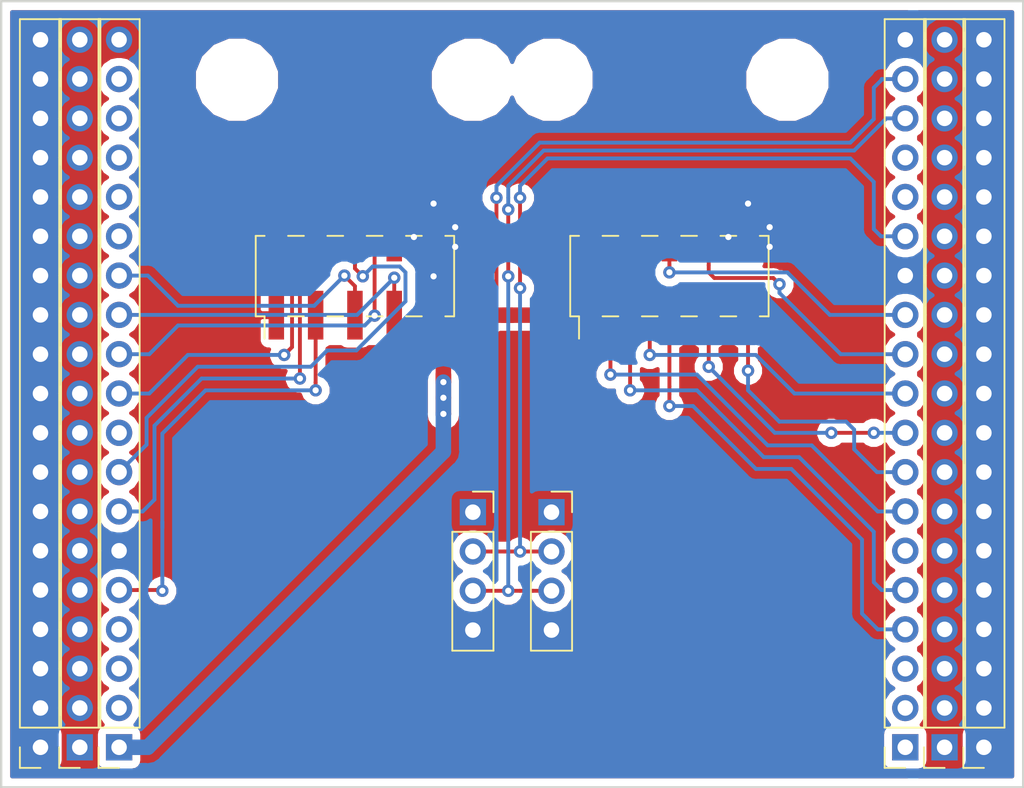
<source format=kicad_pcb>
(kicad_pcb (version 20171130) (host pcbnew "(5.0.2)-1")

  (general
    (thickness 1.6)
    (drawings 4)
    (tracks 238)
    (zones 0)
    (modules 14)
    (nets 38)
  )

  (page A4)
  (layers
    (0 F.Cu signal)
    (31 B.Cu signal)
    (32 B.Adhes user)
    (33 F.Adhes user)
    (34 B.Paste user)
    (35 F.Paste user)
    (36 B.SilkS user)
    (37 F.SilkS user)
    (38 B.Mask user)
    (39 F.Mask user)
    (40 Dwgs.User user)
    (41 Cmts.User user)
    (42 Eco1.User user)
    (43 Eco2.User user)
    (44 Edge.Cuts user)
    (45 Margin user)
    (46 B.CrtYd user)
    (47 F.CrtYd user)
    (48 B.Fab user)
    (49 F.Fab user hide)
  )

  (setup
    (last_trace_width 0.25)
    (user_trace_width 0.5)
    (user_trace_width 1)
    (user_trace_width 1.5)
    (trace_clearance 0.2)
    (zone_clearance 0.508)
    (zone_45_only no)
    (trace_min 0.2)
    (segment_width 0.2)
    (edge_width 0.15)
    (via_size 0.8)
    (via_drill 0.4)
    (via_min_size 0.4)
    (via_min_drill 0.3)
    (uvia_size 0.3)
    (uvia_drill 0.1)
    (uvias_allowed no)
    (uvia_min_size 0.2)
    (uvia_min_drill 0.1)
    (pcb_text_width 0.3)
    (pcb_text_size 1.5 1.5)
    (mod_edge_width 0.15)
    (mod_text_size 1 1)
    (mod_text_width 0.15)
    (pad_size 3.15 1)
    (pad_drill 0)
    (pad_to_mask_clearance 0.051)
    (solder_mask_min_width 0.25)
    (aux_axis_origin 0 0)
    (grid_origin 102.563326 92.25163)
    (visible_elements 7FFFFFFF)
    (pcbplotparams
      (layerselection 0x010fc_ffffffff)
      (usegerberextensions false)
      (usegerberattributes false)
      (usegerberadvancedattributes false)
      (creategerberjobfile false)
      (excludeedgelayer true)
      (linewidth 0.100000)
      (plotframeref false)
      (viasonmask false)
      (mode 1)
      (useauxorigin false)
      (hpglpennumber 1)
      (hpglpenspeed 20)
      (hpglpendiameter 15.000000)
      (psnegative false)
      (psa4output false)
      (plotreference true)
      (plotvalue true)
      (plotinvisibletext false)
      (padsonsilk false)
      (subtractmaskfromsilk false)
      (outputformat 1)
      (mirror false)
      (drillshape 1)
      (scaleselection 1)
      (outputdirectory ""))
  )

  (net 0 "")
  (net 1 +5V)
  (net 2 /M3_A)
  (net 3 +3V3)
  (net 4 /M3_B)
  (net 5 /M2_A)
  (net 6 /M2_B)
  (net 7 /M1_A)
  (net 8 /M1_B)
  (net 9 VCC)
  (net 10 GND)
  (net 11 /EN)
  (net 12 /M3_DIR)
  (net 13 /M2_DIR)
  (net 14 /M2_PWM)
  (net 15 /M1_PWM)
  (net 16 /M1_DIR)
  (net 17 /STEP_DIR)
  (net 18 /STEP)
  (net 19 /SERVO)
  (net 20 /SCL)
  (net 21 "Net-(J6-Pad16)")
  (net 22 "Net-(J6-Pad15)")
  (net 23 /SDA)
  (net 24 "Net-(J6-Pad6)")
  (net 25 "Net-(J6-Pad3)")
  (net 26 "Net-(J6-Pad2)")
  (net 27 "Net-(J6-Pad1)")
  (net 28 "Net-(J5-Pad2)")
  (net 29 "Net-(J5-Pad3)")
  (net 30 "Net-(J5-Pad4)")
  (net 31 /M3_PWM)
  (net 32 "Net-(J5-Pad9)")
  (net 33 "Net-(J5-Pad14)")
  (net 34 "Net-(J5-Pad15)")
  (net 35 "Net-(J5-Pad16)")
  (net 36 "Net-(J5-Pad17)")
  (net 37 "Net-(J5-Pad18)")

  (net_class Default "This is the default net class."
    (clearance 0.2)
    (trace_width 0.25)
    (via_dia 0.8)
    (via_drill 0.4)
    (uvia_dia 0.3)
    (uvia_drill 0.1)
    (add_net +3V3)
    (add_net +5V)
    (add_net /EN)
    (add_net /M1_A)
    (add_net /M1_B)
    (add_net /M1_DIR)
    (add_net /M1_PWM)
    (add_net /M2_A)
    (add_net /M2_B)
    (add_net /M2_DIR)
    (add_net /M2_PWM)
    (add_net /M3_A)
    (add_net /M3_B)
    (add_net /M3_DIR)
    (add_net /M3_PWM)
    (add_net /SCL)
    (add_net /SDA)
    (add_net /SERVO)
    (add_net /STEP)
    (add_net /STEP_DIR)
    (add_net GND)
    (add_net "Net-(J5-Pad14)")
    (add_net "Net-(J5-Pad15)")
    (add_net "Net-(J5-Pad16)")
    (add_net "Net-(J5-Pad17)")
    (add_net "Net-(J5-Pad18)")
    (add_net "Net-(J5-Pad2)")
    (add_net "Net-(J5-Pad3)")
    (add_net "Net-(J5-Pad4)")
    (add_net "Net-(J5-Pad9)")
    (add_net "Net-(J6-Pad1)")
    (add_net "Net-(J6-Pad15)")
    (add_net "Net-(J6-Pad16)")
    (add_net "Net-(J6-Pad2)")
    (add_net "Net-(J6-Pad3)")
    (add_net "Net-(J6-Pad6)")
    (add_net VCC)
  )

  (module Connector_PinHeader_2.54mm:PinHeader_2x05_P2.54mm_Vertical_SMD (layer F.Cu) (tedit 5C8AF656) (tstamp 5C976402)
    (at 122.883326 61.75663 90)
    (descr "surface-mounted straight pin header, 2x05, 2.54mm pitch, double rows")
    (tags "Surface mounted pin header SMD 2x05 2.54mm double row")
    (path /5C8FC370)
    (attr smd)
    (fp_text reference J2 (at 0 -7.41 90) (layer F.SilkS) hide
      (effects (font (size 1 1) (thickness 0.15)))
    )
    (fp_text value Conn_02x05_Odd_Even (at 0 7.41 90) (layer F.Fab)
      (effects (font (size 1 1) (thickness 0.15)))
    )
    (fp_text user %R (at 0 0 180) (layer F.Fab)
      (effects (font (size 1 1) (thickness 0.15)))
    )
    (fp_line (start 5.9 -6.85) (end -5.9 -6.85) (layer F.CrtYd) (width 0.05))
    (fp_line (start 5.9 6.85) (end 5.9 -6.85) (layer F.CrtYd) (width 0.05))
    (fp_line (start -5.9 6.85) (end 5.9 6.85) (layer F.CrtYd) (width 0.05))
    (fp_line (start -5.9 -6.85) (end -5.9 6.85) (layer F.CrtYd) (width 0.05))
    (fp_line (start 2.6 3.3) (end 2.6 4.32) (layer F.SilkS) (width 0.12))
    (fp_line (start -2.6 3.3) (end -2.6 4.32) (layer F.SilkS) (width 0.12))
    (fp_line (start 2.6 0.76) (end 2.6 1.78) (layer F.SilkS) (width 0.12))
    (fp_line (start -2.6 0.76) (end -2.6 1.78) (layer F.SilkS) (width 0.12))
    (fp_line (start 2.6 -1.78) (end 2.6 -0.76) (layer F.SilkS) (width 0.12))
    (fp_line (start -2.6 -1.78) (end -2.6 -0.76) (layer F.SilkS) (width 0.12))
    (fp_line (start 2.6 -4.32) (end 2.6 -3.3) (layer F.SilkS) (width 0.12))
    (fp_line (start -2.6 -4.32) (end -2.6 -3.3) (layer F.SilkS) (width 0.12))
    (fp_line (start 2.6 5.84) (end 2.6 6.41) (layer F.SilkS) (width 0.12))
    (fp_line (start -2.6 5.84) (end -2.6 6.41) (layer F.SilkS) (width 0.12))
    (fp_line (start 2.6 -6.41) (end 2.6 -5.84) (layer F.SilkS) (width 0.12))
    (fp_line (start -2.6 -6.41) (end -2.6 -5.84) (layer F.SilkS) (width 0.12))
    (fp_line (start -4.04 -5.84) (end -2.6 -5.84) (layer F.SilkS) (width 0.12))
    (fp_line (start -2.6 6.41) (end 2.6 6.41) (layer F.SilkS) (width 0.12))
    (fp_line (start -2.6 -6.41) (end 2.6 -6.41) (layer F.SilkS) (width 0.12))
    (fp_line (start 3.6 5.4) (end 2.54 5.4) (layer F.Fab) (width 0.1))
    (fp_line (start 3.6 4.76) (end 3.6 5.4) (layer F.Fab) (width 0.1))
    (fp_line (start 2.54 4.76) (end 3.6 4.76) (layer F.Fab) (width 0.1))
    (fp_line (start -3.6 5.4) (end -2.54 5.4) (layer F.Fab) (width 0.1))
    (fp_line (start -3.6 4.76) (end -3.6 5.4) (layer F.Fab) (width 0.1))
    (fp_line (start -2.54 4.76) (end -3.6 4.76) (layer F.Fab) (width 0.1))
    (fp_line (start 3.6 2.86) (end 2.54 2.86) (layer F.Fab) (width 0.1))
    (fp_line (start 3.6 2.22) (end 3.6 2.86) (layer F.Fab) (width 0.1))
    (fp_line (start 2.54 2.22) (end 3.6 2.22) (layer F.Fab) (width 0.1))
    (fp_line (start -3.6 2.86) (end -2.54 2.86) (layer F.Fab) (width 0.1))
    (fp_line (start -3.6 2.22) (end -3.6 2.86) (layer F.Fab) (width 0.1))
    (fp_line (start -2.54 2.22) (end -3.6 2.22) (layer F.Fab) (width 0.1))
    (fp_line (start 3.6 0.32) (end 2.54 0.32) (layer F.Fab) (width 0.1))
    (fp_line (start 3.6 -0.32) (end 3.6 0.32) (layer F.Fab) (width 0.1))
    (fp_line (start 2.54 -0.32) (end 3.6 -0.32) (layer F.Fab) (width 0.1))
    (fp_line (start -3.6 0.32) (end -2.54 0.32) (layer F.Fab) (width 0.1))
    (fp_line (start -3.6 -0.32) (end -3.6 0.32) (layer F.Fab) (width 0.1))
    (fp_line (start -2.54 -0.32) (end -3.6 -0.32) (layer F.Fab) (width 0.1))
    (fp_line (start 3.6 -2.22) (end 2.54 -2.22) (layer F.Fab) (width 0.1))
    (fp_line (start 3.6 -2.86) (end 3.6 -2.22) (layer F.Fab) (width 0.1))
    (fp_line (start 2.54 -2.86) (end 3.6 -2.86) (layer F.Fab) (width 0.1))
    (fp_line (start -3.6 -2.22) (end -2.54 -2.22) (layer F.Fab) (width 0.1))
    (fp_line (start -3.6 -2.86) (end -3.6 -2.22) (layer F.Fab) (width 0.1))
    (fp_line (start -2.54 -2.86) (end -3.6 -2.86) (layer F.Fab) (width 0.1))
    (fp_line (start 3.6 -4.76) (end 2.54 -4.76) (layer F.Fab) (width 0.1))
    (fp_line (start 3.6 -5.4) (end 3.6 -4.76) (layer F.Fab) (width 0.1))
    (fp_line (start 2.54 -5.4) (end 3.6 -5.4) (layer F.Fab) (width 0.1))
    (fp_line (start -3.6 -4.76) (end -2.54 -4.76) (layer F.Fab) (width 0.1))
    (fp_line (start -3.6 -5.4) (end -3.6 -4.76) (layer F.Fab) (width 0.1))
    (fp_line (start -2.54 -5.4) (end -3.6 -5.4) (layer F.Fab) (width 0.1))
    (fp_line (start 2.54 -6.35) (end 2.54 6.35) (layer F.Fab) (width 0.1))
    (fp_line (start -2.54 -5.4) (end -1.59 -6.35) (layer F.Fab) (width 0.1))
    (fp_line (start -2.54 6.35) (end -2.54 -5.4) (layer F.Fab) (width 0.1))
    (fp_line (start -1.59 -6.35) (end 2.54 -6.35) (layer F.Fab) (width 0.1))
    (fp_line (start 2.54 6.35) (end -2.54 6.35) (layer F.Fab) (width 0.1))
    (pad 10 smd rect (at 2.525 5.08 90) (size 3.15 1) (layers F.Cu F.Paste F.Mask)
      (net 10 GND))
    (pad 9 smd rect (at -2.525 5.08 90) (size 3.15 1) (layers F.Cu F.Paste F.Mask)
      (net 19 /SERVO))
    (pad 8 smd rect (at 2.525 2.54 90) (size 3.15 1) (layers F.Cu F.Paste F.Mask)
      (net 4 /M3_B))
    (pad 7 smd rect (at -2.525 2.54 90) (size 3.15 1) (layers F.Cu F.Paste F.Mask)
      (net 17 /STEP_DIR))
    (pad 6 smd rect (at 2.525 0 90) (size 3.15 1) (layers F.Cu F.Paste F.Mask)
      (net 2 /M3_A))
    (pad 5 smd rect (at -2.525 0 90) (size 3.15 1) (layers F.Cu F.Paste F.Mask)
      (net 18 /STEP))
    (pad 4 smd rect (at 2.525 -2.54 90) (size 3.15 1) (layers F.Cu F.Paste F.Mask)
      (net 31 /M3_PWM))
    (pad 3 smd rect (at -2.525 -2.54 90) (size 3.15 1) (layers F.Cu F.Paste F.Mask)
      (net 11 /EN))
    (pad 2 smd rect (at 2.525 -5.08 90) (size 3.15 1) (layers F.Cu F.Paste F.Mask)
      (net 12 /M3_DIR))
    (pad 1 smd rect (at -2.525 -5.08 90) (size 3.15 1) (layers F.Cu F.Paste F.Mask)
      (net 3 +3V3))
    (model ${KISYS3DMOD}/Connector_PinHeader_2.54mm.3dshapes/PinHeader_2x05_P2.54mm_Vertical_SMD.wrl
      (at (xyz 0 0 0))
      (scale (xyz 1 1 1))
      (rotate (xyz 0 0 0))
    )
  )

  (module Connector_PinHeader_2.54mm:PinHeader_2x05_P2.54mm_Vertical_SMD (layer F.Cu) (tedit 5C8AF650) (tstamp 5C9763BD)
    (at 143.203326 61.75663 90)
    (descr "surface-mounted straight pin header, 2x05, 2.54mm pitch, double rows")
    (tags "Surface mounted pin header SMD 2x05 2.54mm double row")
    (path /5C8DD4AE)
    (attr smd)
    (fp_text reference J1 (at 0 -7.41 90) (layer F.SilkS) hide
      (effects (font (size 1 1) (thickness 0.15)))
    )
    (fp_text value Conn_02x05_Odd_Even (at 0 7.41 90) (layer F.Fab)
      (effects (font (size 1 1) (thickness 0.15)))
    )
    (fp_line (start 2.54 6.35) (end -2.54 6.35) (layer F.Fab) (width 0.1))
    (fp_line (start -1.59 -6.35) (end 2.54 -6.35) (layer F.Fab) (width 0.1))
    (fp_line (start -2.54 6.35) (end -2.54 -5.4) (layer F.Fab) (width 0.1))
    (fp_line (start -2.54 -5.4) (end -1.59 -6.35) (layer F.Fab) (width 0.1))
    (fp_line (start 2.54 -6.35) (end 2.54 6.35) (layer F.Fab) (width 0.1))
    (fp_line (start -2.54 -5.4) (end -3.6 -5.4) (layer F.Fab) (width 0.1))
    (fp_line (start -3.6 -5.4) (end -3.6 -4.76) (layer F.Fab) (width 0.1))
    (fp_line (start -3.6 -4.76) (end -2.54 -4.76) (layer F.Fab) (width 0.1))
    (fp_line (start 2.54 -5.4) (end 3.6 -5.4) (layer F.Fab) (width 0.1))
    (fp_line (start 3.6 -5.4) (end 3.6 -4.76) (layer F.Fab) (width 0.1))
    (fp_line (start 3.6 -4.76) (end 2.54 -4.76) (layer F.Fab) (width 0.1))
    (fp_line (start -2.54 -2.86) (end -3.6 -2.86) (layer F.Fab) (width 0.1))
    (fp_line (start -3.6 -2.86) (end -3.6 -2.22) (layer F.Fab) (width 0.1))
    (fp_line (start -3.6 -2.22) (end -2.54 -2.22) (layer F.Fab) (width 0.1))
    (fp_line (start 2.54 -2.86) (end 3.6 -2.86) (layer F.Fab) (width 0.1))
    (fp_line (start 3.6 -2.86) (end 3.6 -2.22) (layer F.Fab) (width 0.1))
    (fp_line (start 3.6 -2.22) (end 2.54 -2.22) (layer F.Fab) (width 0.1))
    (fp_line (start -2.54 -0.32) (end -3.6 -0.32) (layer F.Fab) (width 0.1))
    (fp_line (start -3.6 -0.32) (end -3.6 0.32) (layer F.Fab) (width 0.1))
    (fp_line (start -3.6 0.32) (end -2.54 0.32) (layer F.Fab) (width 0.1))
    (fp_line (start 2.54 -0.32) (end 3.6 -0.32) (layer F.Fab) (width 0.1))
    (fp_line (start 3.6 -0.32) (end 3.6 0.32) (layer F.Fab) (width 0.1))
    (fp_line (start 3.6 0.32) (end 2.54 0.32) (layer F.Fab) (width 0.1))
    (fp_line (start -2.54 2.22) (end -3.6 2.22) (layer F.Fab) (width 0.1))
    (fp_line (start -3.6 2.22) (end -3.6 2.86) (layer F.Fab) (width 0.1))
    (fp_line (start -3.6 2.86) (end -2.54 2.86) (layer F.Fab) (width 0.1))
    (fp_line (start 2.54 2.22) (end 3.6 2.22) (layer F.Fab) (width 0.1))
    (fp_line (start 3.6 2.22) (end 3.6 2.86) (layer F.Fab) (width 0.1))
    (fp_line (start 3.6 2.86) (end 2.54 2.86) (layer F.Fab) (width 0.1))
    (fp_line (start -2.54 4.76) (end -3.6 4.76) (layer F.Fab) (width 0.1))
    (fp_line (start -3.6 4.76) (end -3.6 5.4) (layer F.Fab) (width 0.1))
    (fp_line (start -3.6 5.4) (end -2.54 5.4) (layer F.Fab) (width 0.1))
    (fp_line (start 2.54 4.76) (end 3.6 4.76) (layer F.Fab) (width 0.1))
    (fp_line (start 3.6 4.76) (end 3.6 5.4) (layer F.Fab) (width 0.1))
    (fp_line (start 3.6 5.4) (end 2.54 5.4) (layer F.Fab) (width 0.1))
    (fp_line (start -2.6 -6.41) (end 2.6 -6.41) (layer F.SilkS) (width 0.12))
    (fp_line (start -2.6 6.41) (end 2.6 6.41) (layer F.SilkS) (width 0.12))
    (fp_line (start -4.04 -5.84) (end -2.6 -5.84) (layer F.SilkS) (width 0.12))
    (fp_line (start -2.6 -6.41) (end -2.6 -5.84) (layer F.SilkS) (width 0.12))
    (fp_line (start 2.6 -6.41) (end 2.6 -5.84) (layer F.SilkS) (width 0.12))
    (fp_line (start -2.6 5.84) (end -2.6 6.41) (layer F.SilkS) (width 0.12))
    (fp_line (start 2.6 5.84) (end 2.6 6.41) (layer F.SilkS) (width 0.12))
    (fp_line (start -2.6 -4.32) (end -2.6 -3.3) (layer F.SilkS) (width 0.12))
    (fp_line (start 2.6 -4.32) (end 2.6 -3.3) (layer F.SilkS) (width 0.12))
    (fp_line (start -2.6 -1.78) (end -2.6 -0.76) (layer F.SilkS) (width 0.12))
    (fp_line (start 2.6 -1.78) (end 2.6 -0.76) (layer F.SilkS) (width 0.12))
    (fp_line (start -2.6 0.76) (end -2.6 1.78) (layer F.SilkS) (width 0.12))
    (fp_line (start 2.6 0.76) (end 2.6 1.78) (layer F.SilkS) (width 0.12))
    (fp_line (start -2.6 3.3) (end -2.6 4.32) (layer F.SilkS) (width 0.12))
    (fp_line (start 2.6 3.3) (end 2.6 4.32) (layer F.SilkS) (width 0.12))
    (fp_line (start -5.9 -6.85) (end -5.9 6.85) (layer F.CrtYd) (width 0.05))
    (fp_line (start -5.9 6.85) (end 5.9 6.85) (layer F.CrtYd) (width 0.05))
    (fp_line (start 5.9 6.85) (end 5.9 -6.85) (layer F.CrtYd) (width 0.05))
    (fp_line (start 5.9 -6.85) (end -5.9 -6.85) (layer F.CrtYd) (width 0.05))
    (fp_text user %R (at 0 0 180) (layer F.Fab)
      (effects (font (size 1 1) (thickness 0.15)))
    )
    (pad 1 smd rect (at -2.525 -5.08 90) (size 3.15 1) (layers F.Cu F.Paste F.Mask)
      (net 1 +5V))
    (pad 2 smd rect (at 2.525 -5.08 90) (size 3.15 1) (layers F.Cu F.Paste F.Mask)
      (net 16 /M1_DIR))
    (pad 3 smd rect (at -2.525 -2.54 90) (size 3.15 1) (layers F.Cu F.Paste F.Mask)
      (net 13 /M2_DIR))
    (pad 4 smd rect (at 2.525 -2.54 90) (size 3.15 1) (layers F.Cu F.Paste F.Mask)
      (net 15 /M1_PWM))
    (pad 5 smd rect (at -2.525 0 90) (size 3.15 1) (layers F.Cu F.Paste F.Mask)
      (net 14 /M2_PWM))
    (pad 6 smd rect (at 2.525 0 90) (size 3.15 1) (layers F.Cu F.Paste F.Mask)
      (net 7 /M1_A))
    (pad 7 smd rect (at -2.525 2.54 90) (size 3.15 1) (layers F.Cu F.Paste F.Mask)
      (net 5 /M2_A))
    (pad 8 smd rect (at 2.525 2.54 90) (size 3.15 1) (layers F.Cu F.Paste F.Mask)
      (net 8 /M1_B))
    (pad 9 smd rect (at -2.525 5.08 90) (size 3.15 1) (layers F.Cu F.Paste F.Mask)
      (net 6 /M2_B))
    (pad 10 smd rect (at 2.525 5.08 90) (size 3.15 1) (layers F.Cu F.Paste F.Mask)
      (net 10 GND))
    (model ${KISYS3DMOD}/Connector_PinHeader_2.54mm.3dshapes/PinHeader_2x05_P2.54mm_Vertical_SMD.wrl
      (at (xyz 0 0 0))
      (scale (xyz 1 1 1))
      (rotate (xyz 0 0 0))
    )
  )

  (module MountingHole:MountingHole_4.3mm_M4 (layer F.Cu) (tedit 5C8ABE66) (tstamp 5C976154)
    (at 150.823326 49.07163)
    (descr "Mounting Hole 4.3mm, no annular, M4")
    (tags "mounting hole 4.3mm no annular m4")
    (path /5C98EC65)
    (attr virtual)
    (fp_text reference H4 (at 0 -5.3) (layer F.SilkS) hide
      (effects (font (size 1 1) (thickness 0.15)))
    )
    (fp_text value MountingHole (at 0 5.3) (layer F.Fab)
      (effects (font (size 1 1) (thickness 0.15)))
    )
    (fp_circle (center 0 0) (end 4.55 0) (layer F.CrtYd) (width 0.05))
    (fp_circle (center 0 0) (end 4.3 0) (layer Cmts.User) (width 0.15))
    (fp_text user %R (at 0.3 0) (layer F.Fab)
      (effects (font (size 1 1) (thickness 0.15)))
    )
    (pad 1 np_thru_hole circle (at 0 0) (size 4.3 4.3) (drill 4.3) (layers *.Cu *.Mask))
  )

  (module MountingHole:MountingHole_4.3mm_M4 (layer F.Cu) (tedit 5C8ABE62) (tstamp 5C97614C)
    (at 135.583326 49.07163)
    (descr "Mounting Hole 4.3mm, no annular, M4")
    (tags "mounting hole 4.3mm no annular m4")
    (path /5C98EB74)
    (attr virtual)
    (fp_text reference H3 (at 0 -5.3) (layer F.SilkS) hide
      (effects (font (size 1 1) (thickness 0.15)))
    )
    (fp_text value MountingHole (at 0 5.3) (layer F.Fab)
      (effects (font (size 1 1) (thickness 0.15)))
    )
    (fp_text user %R (at 0.3 0) (layer F.Fab)
      (effects (font (size 1 1) (thickness 0.15)))
    )
    (fp_circle (center 0 0) (end 4.3 0) (layer Cmts.User) (width 0.15))
    (fp_circle (center 0 0) (end 4.55 0) (layer F.CrtYd) (width 0.05))
    (pad 1 np_thru_hole circle (at 0 0) (size 4.3 4.3) (drill 4.3) (layers *.Cu *.Mask))
  )

  (module MountingHole:MountingHole_4.3mm_M4 (layer F.Cu) (tedit 5C8ABE5F) (tstamp 5C976144)
    (at 130.503326 49.07163)
    (descr "Mounting Hole 4.3mm, no annular, M4")
    (tags "mounting hole 4.3mm no annular m4")
    (path /5C98ECC7)
    (attr virtual)
    (fp_text reference H2 (at 0 -5.3) (layer F.SilkS) hide
      (effects (font (size 1 1) (thickness 0.15)))
    )
    (fp_text value MountingHole (at 0 5.3) (layer F.Fab)
      (effects (font (size 1 1) (thickness 0.15)))
    )
    (fp_circle (center 0 0) (end 4.55 0) (layer F.CrtYd) (width 0.05))
    (fp_circle (center 0 0) (end 4.3 0) (layer Cmts.User) (width 0.15))
    (fp_text user %R (at 0.3 0) (layer F.Fab)
      (effects (font (size 1 1) (thickness 0.15)))
    )
    (pad 1 np_thru_hole circle (at 0 0) (size 4.3 4.3) (drill 4.3) (layers *.Cu *.Mask))
  )

  (module MountingHole:MountingHole_4.3mm_M4 (layer F.Cu) (tedit 5C8ABE5B) (tstamp 5C97613C)
    (at 115.263326 49.07163)
    (descr "Mounting Hole 4.3mm, no annular, M4")
    (tags "mounting hole 4.3mm no annular m4")
    (path /5C98EC93)
    (attr virtual)
    (fp_text reference H1 (at 0 -5.3) (layer F.SilkS) hide
      (effects (font (size 1 1) (thickness 0.15)))
    )
    (fp_text value MountingHole (at 0 5.3) (layer F.Fab)
      (effects (font (size 1 1) (thickness 0.15)))
    )
    (fp_text user %R (at 0.3 0) (layer F.Fab)
      (effects (font (size 1 1) (thickness 0.15)))
    )
    (fp_circle (center 0 0) (end 4.3 0) (layer Cmts.User) (width 0.15))
    (fp_circle (center 0 0) (end 4.55 0) (layer F.CrtYd) (width 0.05))
    (pad 1 np_thru_hole circle (at 0 0) (size 4.3 4.3) (drill 4.3) (layers *.Cu *.Mask))
  )

  (module Connector_PinSocket_2.54mm:PinSocket_1x04_P2.54mm_Vertical (layer F.Cu) (tedit 5C8ABE6C) (tstamp 5C8AC9F6)
    (at 135.583326 77.01163)
    (descr "Through hole straight socket strip, 1x04, 2.54mm pitch, single row (from Kicad 4.0.7), script generated")
    (tags "Through hole socket strip THT 1x04 2.54mm single row")
    (path /5CA6E938)
    (zone_connect 2)
    (fp_text reference J10 (at 0 -2.77) (layer F.SilkS) hide
      (effects (font (size 1 1) (thickness 0.15)))
    )
    (fp_text value Conn_01x04_Female (at 0 10.39) (layer F.Fab)
      (effects (font (size 1 1) (thickness 0.15)))
    )
    (fp_text user %R (at 0 3.81 90) (layer F.Fab)
      (effects (font (size 1 1) (thickness 0.15)))
    )
    (fp_line (start -1.8 9.4) (end -1.8 -1.8) (layer F.CrtYd) (width 0.05))
    (fp_line (start 1.75 9.4) (end -1.8 9.4) (layer F.CrtYd) (width 0.05))
    (fp_line (start 1.75 -1.8) (end 1.75 9.4) (layer F.CrtYd) (width 0.05))
    (fp_line (start -1.8 -1.8) (end 1.75 -1.8) (layer F.CrtYd) (width 0.05))
    (fp_line (start 0 -1.33) (end 1.33 -1.33) (layer F.SilkS) (width 0.12))
    (fp_line (start 1.33 -1.33) (end 1.33 0) (layer F.SilkS) (width 0.12))
    (fp_line (start 1.33 1.27) (end 1.33 8.95) (layer F.SilkS) (width 0.12))
    (fp_line (start -1.33 8.95) (end 1.33 8.95) (layer F.SilkS) (width 0.12))
    (fp_line (start -1.33 1.27) (end -1.33 8.95) (layer F.SilkS) (width 0.12))
    (fp_line (start -1.33 1.27) (end 1.33 1.27) (layer F.SilkS) (width 0.12))
    (fp_line (start -1.27 8.89) (end -1.27 -1.27) (layer F.Fab) (width 0.1))
    (fp_line (start 1.27 8.89) (end -1.27 8.89) (layer F.Fab) (width 0.1))
    (fp_line (start 1.27 -0.635) (end 1.27 8.89) (layer F.Fab) (width 0.1))
    (fp_line (start 0.635 -1.27) (end 1.27 -0.635) (layer F.Fab) (width 0.1))
    (fp_line (start -1.27 -1.27) (end 0.635 -1.27) (layer F.Fab) (width 0.1))
    (pad 4 thru_hole oval (at 0 7.62) (size 1.7 1.7) (drill 1) (layers *.Cu *.Mask)
      (net 10 GND) (zone_connect 2))
    (pad 3 thru_hole oval (at 0 5.08) (size 1.7 1.7) (drill 1) (layers *.Cu *.Mask)
      (net 20 /SCL) (zone_connect 2))
    (pad 2 thru_hole oval (at 0 2.54) (size 1.7 1.7) (drill 1) (layers *.Cu *.Mask)
      (net 23 /SDA) (zone_connect 2))
    (pad 1 thru_hole rect (at 0 0) (size 1.7 1.7) (drill 1) (layers *.Cu *.Mask)
      (net 3 +3V3) (zone_connect 2))
    (model ${KISYS3DMOD}/Connector_PinSocket_2.54mm.3dshapes/PinSocket_1x04_P2.54mm_Vertical.wrl
      (at (xyz 0 0 0))
      (scale (xyz 1 1 1))
      (rotate (xyz 0 0 0))
    )
  )

  (module Connector_PinSocket_2.54mm:PinSocket_1x04_P2.54mm_Vertical (layer F.Cu) (tedit 5C8ABE69) (tstamp 5C8AC9DE)
    (at 130.503326 77.01163)
    (descr "Through hole straight socket strip, 1x04, 2.54mm pitch, single row (from Kicad 4.0.7), script generated")
    (tags "Through hole socket strip THT 1x04 2.54mm single row")
    (path /5CA6E6A3)
    (zone_connect 2)
    (fp_text reference J9 (at 0 -2.77) (layer F.SilkS) hide
      (effects (font (size 1 1) (thickness 0.15)))
    )
    (fp_text value Conn_01x04_Female (at 0 10.39) (layer F.Fab)
      (effects (font (size 1 1) (thickness 0.15)))
    )
    (fp_line (start -1.27 -1.27) (end 0.635 -1.27) (layer F.Fab) (width 0.1))
    (fp_line (start 0.635 -1.27) (end 1.27 -0.635) (layer F.Fab) (width 0.1))
    (fp_line (start 1.27 -0.635) (end 1.27 8.89) (layer F.Fab) (width 0.1))
    (fp_line (start 1.27 8.89) (end -1.27 8.89) (layer F.Fab) (width 0.1))
    (fp_line (start -1.27 8.89) (end -1.27 -1.27) (layer F.Fab) (width 0.1))
    (fp_line (start -1.33 1.27) (end 1.33 1.27) (layer F.SilkS) (width 0.12))
    (fp_line (start -1.33 1.27) (end -1.33 8.95) (layer F.SilkS) (width 0.12))
    (fp_line (start -1.33 8.95) (end 1.33 8.95) (layer F.SilkS) (width 0.12))
    (fp_line (start 1.33 1.27) (end 1.33 8.95) (layer F.SilkS) (width 0.12))
    (fp_line (start 1.33 -1.33) (end 1.33 0) (layer F.SilkS) (width 0.12))
    (fp_line (start 0 -1.33) (end 1.33 -1.33) (layer F.SilkS) (width 0.12))
    (fp_line (start -1.8 -1.8) (end 1.75 -1.8) (layer F.CrtYd) (width 0.05))
    (fp_line (start 1.75 -1.8) (end 1.75 9.4) (layer F.CrtYd) (width 0.05))
    (fp_line (start 1.75 9.4) (end -1.8 9.4) (layer F.CrtYd) (width 0.05))
    (fp_line (start -1.8 9.4) (end -1.8 -1.8) (layer F.CrtYd) (width 0.05))
    (fp_text user %R (at 0 3.81 90) (layer F.Fab)
      (effects (font (size 1 1) (thickness 0.15)))
    )
    (pad 1 thru_hole rect (at 0 0) (size 1.7 1.7) (drill 1) (layers *.Cu *.Mask)
      (net 3 +3V3) (zone_connect 2))
    (pad 2 thru_hole oval (at 0 2.54) (size 1.7 1.7) (drill 1) (layers *.Cu *.Mask)
      (net 23 /SDA) (zone_connect 2))
    (pad 3 thru_hole oval (at 0 5.08) (size 1.7 1.7) (drill 1) (layers *.Cu *.Mask)
      (net 20 /SCL) (zone_connect 2))
    (pad 4 thru_hole oval (at 0 7.62) (size 1.7 1.7) (drill 1) (layers *.Cu *.Mask)
      (net 10 GND) (zone_connect 2))
    (model ${KISYS3DMOD}/Connector_PinSocket_2.54mm.3dshapes/PinSocket_1x04_P2.54mm_Vertical.wrl
      (at (xyz 0 0 0))
      (scale (xyz 1 1 1))
      (rotate (xyz 0 0 0))
    )
  )

  (module Connector_PinSocket_2.54mm:PinSocket_1x19_P2.54mm_Vertical locked (layer F.Cu) (tedit 5C8ABE79) (tstamp 5C97685F)
    (at 163.523326 92.204629 180)
    (descr "Through hole straight socket strip, 1x19, 2.54mm pitch, single row (from Kicad 4.0.7), script generated")
    (tags "Through hole socket strip THT 1x19 2.54mm single row")
    (path /5C924DD2)
    (zone_connect 2)
    (fp_text reference J8 (at 0 -2.77 180) (layer F.SilkS) hide
      (effects (font (size 1 1) (thickness 0.15)))
    )
    (fp_text value Conn_01x19_Female (at 0 48.49 180) (layer F.Fab)
      (effects (font (size 1 1) (thickness 0.15)))
    )
    (fp_text user %R (at 0 22.86 270) (layer F.Fab)
      (effects (font (size 1 1) (thickness 0.15)))
    )
    (fp_line (start -1.8 47.5) (end -1.8 -1.8) (layer F.CrtYd) (width 0.05))
    (fp_line (start 1.75 47.5) (end -1.8 47.5) (layer F.CrtYd) (width 0.05))
    (fp_line (start 1.75 -1.8) (end 1.75 47.5) (layer F.CrtYd) (width 0.05))
    (fp_line (start -1.8 -1.8) (end 1.75 -1.8) (layer F.CrtYd) (width 0.05))
    (fp_line (start 0 -1.33) (end 1.33 -1.33) (layer F.SilkS) (width 0.12))
    (fp_line (start 1.33 -1.33) (end 1.33 0) (layer F.SilkS) (width 0.12))
    (fp_line (start 1.33 1.27) (end 1.33 47.05) (layer F.SilkS) (width 0.12))
    (fp_line (start -1.33 47.05) (end 1.33 47.05) (layer F.SilkS) (width 0.12))
    (fp_line (start -1.33 1.27) (end -1.33 47.05) (layer F.SilkS) (width 0.12))
    (fp_line (start -1.33 1.27) (end 1.33 1.27) (layer F.SilkS) (width 0.12))
    (fp_line (start -1.27 46.99) (end -1.27 -1.27) (layer F.Fab) (width 0.1))
    (fp_line (start 1.27 46.99) (end -1.27 46.99) (layer F.Fab) (width 0.1))
    (fp_line (start 1.27 -0.635) (end 1.27 46.99) (layer F.Fab) (width 0.1))
    (fp_line (start 0.635 -1.27) (end 1.27 -0.635) (layer F.Fab) (width 0.1))
    (fp_line (start -1.27 -1.27) (end 0.635 -1.27) (layer F.Fab) (width 0.1))
    (pad 19 thru_hole oval (at 0 45.72 180) (size 1.7 1.7) (drill 1) (layers *.Cu *.Mask)
      (net 10 GND) (zone_connect 2))
    (pad 18 thru_hole oval (at 0 43.18 180) (size 1.7 1.7) (drill 1) (layers *.Cu *.Mask)
      (net 10 GND) (zone_connect 2))
    (pad 17 thru_hole oval (at 0 40.64 180) (size 1.7 1.7) (drill 1) (layers *.Cu *.Mask)
      (net 10 GND) (zone_connect 2))
    (pad 16 thru_hole oval (at 0 38.1 180) (size 1.7 1.7) (drill 1) (layers *.Cu *.Mask)
      (net 10 GND) (zone_connect 2))
    (pad 15 thru_hole oval (at 0 35.56 180) (size 1.7 1.7) (drill 1) (layers *.Cu *.Mask)
      (net 10 GND) (zone_connect 2))
    (pad 14 thru_hole oval (at 0 33.02 180) (size 1.7 1.7) (drill 1) (layers *.Cu *.Mask)
      (net 10 GND) (zone_connect 2))
    (pad 13 thru_hole oval (at 0 30.48 180) (size 1.7 1.7) (drill 1) (layers *.Cu *.Mask)
      (net 10 GND) (zone_connect 2))
    (pad 12 thru_hole oval (at 0 27.94 180) (size 1.7 1.7) (drill 1) (layers *.Cu *.Mask)
      (net 10 GND) (zone_connect 2))
    (pad 11 thru_hole oval (at 0 25.4 180) (size 1.7 1.7) (drill 1) (layers *.Cu *.Mask)
      (net 10 GND) (zone_connect 2))
    (pad 10 thru_hole oval (at 0 22.86 180) (size 1.7 1.7) (drill 1) (layers *.Cu *.Mask)
      (net 10 GND) (zone_connect 2))
    (pad 9 thru_hole oval (at 0 20.32 180) (size 1.7 1.7) (drill 1) (layers *.Cu *.Mask)
      (net 10 GND) (zone_connect 2))
    (pad 8 thru_hole oval (at 0 17.78 180) (size 1.7 1.7) (drill 1) (layers *.Cu *.Mask)
      (net 10 GND) (zone_connect 2))
    (pad 7 thru_hole oval (at 0 15.24 180) (size 1.7 1.7) (drill 1) (layers *.Cu *.Mask)
      (net 10 GND) (zone_connect 2))
    (pad 6 thru_hole oval (at 0 12.7 180) (size 1.7 1.7) (drill 1) (layers *.Cu *.Mask)
      (net 10 GND) (zone_connect 2))
    (pad 5 thru_hole oval (at 0 10.16 180) (size 1.7 1.7) (drill 1) (layers *.Cu *.Mask)
      (net 10 GND) (zone_connect 2))
    (pad 4 thru_hole oval (at 0 7.62 180) (size 1.7 1.7) (drill 1) (layers *.Cu *.Mask)
      (net 10 GND) (zone_connect 2))
    (pad 3 thru_hole oval (at 0 5.08 180) (size 1.7 1.7) (drill 1) (layers *.Cu *.Mask)
      (net 10 GND) (zone_connect 2))
    (pad 2 thru_hole oval (at 0 2.54 180) (size 1.7 1.7) (drill 1) (layers *.Cu *.Mask)
      (net 10 GND) (zone_connect 2))
    (pad 1 thru_hole rect (at 0 0 180) (size 1.7 1.7) (drill 1) (layers *.Cu *.Mask)
      (net 10 GND) (zone_connect 2))
    (model ${KISYS3DMOD}/Connector_PinSocket_2.54mm.3dshapes/PinSocket_1x19_P2.54mm_Vertical.wrl
      (at (xyz 0 0 0))
      (scale (xyz 1 1 1))
      (rotate (xyz 0 0 0))
    )
  )

  (module Connector_PinSocket_2.54mm:PinSocket_1x19_P2.54mm_Vertical locked (layer F.Cu) (tedit 5C8ABE76) (tstamp 5C9767ED)
    (at 160.983326 92.204629 180)
    (descr "Through hole straight socket strip, 1x19, 2.54mm pitch, single row (from Kicad 4.0.7), script generated")
    (tags "Through hole socket strip THT 1x19 2.54mm single row")
    (path /5C926ABB)
    (zone_connect 2)
    (fp_text reference J7 (at 0 -2.77 180) (layer F.SilkS) hide
      (effects (font (size 1 1) (thickness 0.15)))
    )
    (fp_text value Conn_01x19_Female (at 0 48.49 180) (layer F.Fab)
      (effects (font (size 1 1) (thickness 0.15)))
    )
    (fp_line (start -1.27 -1.27) (end 0.635 -1.27) (layer F.Fab) (width 0.1))
    (fp_line (start 0.635 -1.27) (end 1.27 -0.635) (layer F.Fab) (width 0.1))
    (fp_line (start 1.27 -0.635) (end 1.27 46.99) (layer F.Fab) (width 0.1))
    (fp_line (start 1.27 46.99) (end -1.27 46.99) (layer F.Fab) (width 0.1))
    (fp_line (start -1.27 46.99) (end -1.27 -1.27) (layer F.Fab) (width 0.1))
    (fp_line (start -1.33 1.27) (end 1.33 1.27) (layer F.SilkS) (width 0.12))
    (fp_line (start -1.33 1.27) (end -1.33 47.05) (layer F.SilkS) (width 0.12))
    (fp_line (start -1.33 47.05) (end 1.33 47.05) (layer F.SilkS) (width 0.12))
    (fp_line (start 1.33 1.27) (end 1.33 47.05) (layer F.SilkS) (width 0.12))
    (fp_line (start 1.33 -1.33) (end 1.33 0) (layer F.SilkS) (width 0.12))
    (fp_line (start 0 -1.33) (end 1.33 -1.33) (layer F.SilkS) (width 0.12))
    (fp_line (start -1.8 -1.8) (end 1.75 -1.8) (layer F.CrtYd) (width 0.05))
    (fp_line (start 1.75 -1.8) (end 1.75 47.5) (layer F.CrtYd) (width 0.05))
    (fp_line (start 1.75 47.5) (end -1.8 47.5) (layer F.CrtYd) (width 0.05))
    (fp_line (start -1.8 47.5) (end -1.8 -1.8) (layer F.CrtYd) (width 0.05))
    (fp_text user %R (at 0 22.86 270) (layer F.Fab)
      (effects (font (size 1 1) (thickness 0.15)))
    )
    (pad 1 thru_hole rect (at 0 0 180) (size 1.7 1.7) (drill 1) (layers *.Cu *.Mask)
      (net 9 VCC) (zone_connect 2))
    (pad 2 thru_hole oval (at 0 2.54 180) (size 1.7 1.7) (drill 1) (layers *.Cu *.Mask)
      (net 9 VCC) (zone_connect 2))
    (pad 3 thru_hole oval (at 0 5.08 180) (size 1.7 1.7) (drill 1) (layers *.Cu *.Mask)
      (net 9 VCC) (zone_connect 2))
    (pad 4 thru_hole oval (at 0 7.62 180) (size 1.7 1.7) (drill 1) (layers *.Cu *.Mask)
      (net 9 VCC) (zone_connect 2))
    (pad 5 thru_hole oval (at 0 10.16 180) (size 1.7 1.7) (drill 1) (layers *.Cu *.Mask)
      (net 9 VCC) (zone_connect 2))
    (pad 6 thru_hole oval (at 0 12.7 180) (size 1.7 1.7) (drill 1) (layers *.Cu *.Mask)
      (net 9 VCC) (zone_connect 2))
    (pad 7 thru_hole oval (at 0 15.24 180) (size 1.7 1.7) (drill 1) (layers *.Cu *.Mask)
      (net 9 VCC) (zone_connect 2))
    (pad 8 thru_hole oval (at 0 17.78 180) (size 1.7 1.7) (drill 1) (layers *.Cu *.Mask)
      (net 9 VCC) (zone_connect 2))
    (pad 9 thru_hole oval (at 0 20.32 180) (size 1.7 1.7) (drill 1) (layers *.Cu *.Mask)
      (net 9 VCC) (zone_connect 2))
    (pad 10 thru_hole oval (at 0 22.86 180) (size 1.7 1.7) (drill 1) (layers *.Cu *.Mask)
      (net 9 VCC) (zone_connect 2))
    (pad 11 thru_hole oval (at 0 25.4 180) (size 1.7 1.7) (drill 1) (layers *.Cu *.Mask)
      (net 9 VCC) (zone_connect 2))
    (pad 12 thru_hole oval (at 0 27.94 180) (size 1.7 1.7) (drill 1) (layers *.Cu *.Mask)
      (net 9 VCC) (zone_connect 2))
    (pad 13 thru_hole oval (at 0 30.48 180) (size 1.7 1.7) (drill 1) (layers *.Cu *.Mask)
      (net 9 VCC) (zone_connect 2))
    (pad 14 thru_hole oval (at 0 33.02 180) (size 1.7 1.7) (drill 1) (layers *.Cu *.Mask)
      (net 9 VCC) (zone_connect 2))
    (pad 15 thru_hole oval (at 0 35.56 180) (size 1.7 1.7) (drill 1) (layers *.Cu *.Mask)
      (net 9 VCC) (zone_connect 2))
    (pad 16 thru_hole oval (at 0 38.1 180) (size 1.7 1.7) (drill 1) (layers *.Cu *.Mask)
      (net 9 VCC) (zone_connect 2))
    (pad 17 thru_hole oval (at 0 40.64 180) (size 1.7 1.7) (drill 1) (layers *.Cu *.Mask)
      (net 9 VCC) (zone_connect 2))
    (pad 18 thru_hole oval (at 0 43.18 180) (size 1.7 1.7) (drill 1) (layers *.Cu *.Mask)
      (net 9 VCC) (zone_connect 2))
    (pad 19 thru_hole oval (at 0 45.72 180) (size 1.7 1.7) (drill 1) (layers *.Cu *.Mask)
      (net 9 VCC) (zone_connect 2))
    (model ${KISYS3DMOD}/Connector_PinSocket_2.54mm.3dshapes/PinSocket_1x19_P2.54mm_Vertical.wrl
      (at (xyz 0 0 0))
      (scale (xyz 1 1 1))
      (rotate (xyz 0 0 0))
    )
  )

  (module Connector_PinSocket_2.54mm:PinSocket_1x19_P2.54mm_Vertical locked (layer F.Cu) (tedit 5C8ABE73) (tstamp 5C9768D1)
    (at 158.443326 92.204629 180)
    (descr "Through hole straight socket strip, 1x19, 2.54mm pitch, single row (from Kicad 4.0.7), script generated")
    (tags "Through hole socket strip THT 1x19 2.54mm single row")
    (path /5C92D567)
    (zone_connect 2)
    (fp_text reference J6 (at 0 -2.77 180) (layer F.SilkS) hide
      (effects (font (size 1 1) (thickness 0.15)))
    )
    (fp_text value Conn_01x19_Female (at 0 48.49 180) (layer F.Fab)
      (effects (font (size 1 1) (thickness 0.15)))
    )
    (fp_text user %R (at 0 22.86 270) (layer F.Fab)
      (effects (font (size 1 1) (thickness 0.15)))
    )
    (fp_line (start -1.8 47.5) (end -1.8 -1.8) (layer F.CrtYd) (width 0.05))
    (fp_line (start 1.75 47.5) (end -1.8 47.5) (layer F.CrtYd) (width 0.05))
    (fp_line (start 1.75 -1.8) (end 1.75 47.5) (layer F.CrtYd) (width 0.05))
    (fp_line (start -1.8 -1.8) (end 1.75 -1.8) (layer F.CrtYd) (width 0.05))
    (fp_line (start 0 -1.33) (end 1.33 -1.33) (layer F.SilkS) (width 0.12))
    (fp_line (start 1.33 -1.33) (end 1.33 0) (layer F.SilkS) (width 0.12))
    (fp_line (start 1.33 1.27) (end 1.33 47.05) (layer F.SilkS) (width 0.12))
    (fp_line (start -1.33 47.05) (end 1.33 47.05) (layer F.SilkS) (width 0.12))
    (fp_line (start -1.33 1.27) (end -1.33 47.05) (layer F.SilkS) (width 0.12))
    (fp_line (start -1.33 1.27) (end 1.33 1.27) (layer F.SilkS) (width 0.12))
    (fp_line (start -1.27 46.99) (end -1.27 -1.27) (layer F.Fab) (width 0.1))
    (fp_line (start 1.27 46.99) (end -1.27 46.99) (layer F.Fab) (width 0.1))
    (fp_line (start 1.27 -0.635) (end 1.27 46.99) (layer F.Fab) (width 0.1))
    (fp_line (start 0.635 -1.27) (end 1.27 -0.635) (layer F.Fab) (width 0.1))
    (fp_line (start -1.27 -1.27) (end 0.635 -1.27) (layer F.Fab) (width 0.1))
    (pad 19 thru_hole oval (at 0 45.72 180) (size 1.7 1.7) (drill 1) (layers *.Cu *.Mask)
      (net 10 GND) (zone_connect 2))
    (pad 18 thru_hole oval (at 0 43.18 180) (size 1.7 1.7) (drill 1) (layers *.Cu *.Mask)
      (net 19 /SERVO) (zone_connect 2))
    (pad 17 thru_hole oval (at 0 40.64 180) (size 1.7 1.7) (drill 1) (layers *.Cu *.Mask)
      (net 20 /SCL) (zone_connect 2))
    (pad 16 thru_hole oval (at 0 38.1 180) (size 1.7 1.7) (drill 1) (layers *.Cu *.Mask)
      (net 21 "Net-(J6-Pad16)") (zone_connect 2))
    (pad 15 thru_hole oval (at 0 35.56 180) (size 1.7 1.7) (drill 1) (layers *.Cu *.Mask)
      (net 22 "Net-(J6-Pad15)") (zone_connect 2))
    (pad 14 thru_hole oval (at 0 33.02 180) (size 1.7 1.7) (drill 1) (layers *.Cu *.Mask)
      (net 23 /SDA) (zone_connect 2))
    (pad 13 thru_hole oval (at 0 30.48 180) (size 1.7 1.7) (drill 1) (layers *.Cu *.Mask)
      (net 10 GND) (zone_connect 2))
    (pad 12 thru_hole oval (at 0 27.94 180) (size 1.7 1.7) (drill 1) (layers *.Cu *.Mask)
      (net 7 /M1_A) (zone_connect 2))
    (pad 11 thru_hole oval (at 0 25.4 180) (size 1.7 1.7) (drill 1) (layers *.Cu *.Mask)
      (net 8 /M1_B) (zone_connect 2))
    (pad 10 thru_hole oval (at 0 22.86 180) (size 1.7 1.7) (drill 1) (layers *.Cu *.Mask)
      (net 15 /M1_PWM) (zone_connect 2))
    (pad 9 thru_hole oval (at 0 20.32 180) (size 1.7 1.7) (drill 1) (layers *.Cu *.Mask)
      (net 5 /M2_A) (zone_connect 2))
    (pad 8 thru_hole oval (at 0 17.78 180) (size 1.7 1.7) (drill 1) (layers *.Cu *.Mask)
      (net 6 /M2_B) (zone_connect 2))
    (pad 7 thru_hole oval (at 0 15.24 180) (size 1.7 1.7) (drill 1) (layers *.Cu *.Mask)
      (net 16 /M1_DIR) (zone_connect 2))
    (pad 6 thru_hole oval (at 0 12.7 180) (size 1.7 1.7) (drill 1) (layers *.Cu *.Mask)
      (net 24 "Net-(J6-Pad6)") (zone_connect 2))
    (pad 5 thru_hole oval (at 0 10.16 180) (size 1.7 1.7) (drill 1) (layers *.Cu *.Mask)
      (net 13 /M2_DIR) (zone_connect 2))
    (pad 4 thru_hole oval (at 0 7.62 180) (size 1.7 1.7) (drill 1) (layers *.Cu *.Mask)
      (net 14 /M2_PWM) (zone_connect 2))
    (pad 3 thru_hole oval (at 0 5.08 180) (size 1.7 1.7) (drill 1) (layers *.Cu *.Mask)
      (net 25 "Net-(J6-Pad3)") (zone_connect 2))
    (pad 2 thru_hole oval (at 0 2.54 180) (size 1.7 1.7) (drill 1) (layers *.Cu *.Mask)
      (net 26 "Net-(J6-Pad2)") (zone_connect 2))
    (pad 1 thru_hole rect (at 0 0 180) (size 1.7 1.7) (drill 1) (layers *.Cu *.Mask)
      (net 27 "Net-(J6-Pad1)") (zone_connect 2))
    (model ${KISYS3DMOD}/Connector_PinSocket_2.54mm.3dshapes/PinSocket_1x19_P2.54mm_Vertical.wrl
      (at (xyz 0 0 0))
      (scale (xyz 1 1 1))
      (rotate (xyz 0 0 0))
    )
  )

  (module Connector_PinSocket_2.54mm:PinSocket_1x19_P2.54mm_Vertical locked (layer F.Cu) (tedit 5C8ABE82) (tstamp 5C8AC951)
    (at 107.643326 92.204629 180)
    (descr "Through hole straight socket strip, 1x19, 2.54mm pitch, single row (from Kicad 4.0.7), script generated")
    (tags "Through hole socket strip THT 1x19 2.54mm single row")
    (path /5C92D5C5)
    (zone_connect 2)
    (fp_text reference J5 (at 0 -2.77 180) (layer F.SilkS) hide
      (effects (font (size 1 1) (thickness 0.15)))
    )
    (fp_text value Conn_01x19_Female (at 0 48.49 180) (layer F.Fab)
      (effects (font (size 1 1) (thickness 0.15)))
    )
    (fp_line (start -1.27 -1.27) (end 0.635 -1.27) (layer F.Fab) (width 0.1))
    (fp_line (start 0.635 -1.27) (end 1.27 -0.635) (layer F.Fab) (width 0.1))
    (fp_line (start 1.27 -0.635) (end 1.27 46.99) (layer F.Fab) (width 0.1))
    (fp_line (start 1.27 46.99) (end -1.27 46.99) (layer F.Fab) (width 0.1))
    (fp_line (start -1.27 46.99) (end -1.27 -1.27) (layer F.Fab) (width 0.1))
    (fp_line (start -1.33 1.27) (end 1.33 1.27) (layer F.SilkS) (width 0.12))
    (fp_line (start -1.33 1.27) (end -1.33 47.05) (layer F.SilkS) (width 0.12))
    (fp_line (start -1.33 47.05) (end 1.33 47.05) (layer F.SilkS) (width 0.12))
    (fp_line (start 1.33 1.27) (end 1.33 47.05) (layer F.SilkS) (width 0.12))
    (fp_line (start 1.33 -1.33) (end 1.33 0) (layer F.SilkS) (width 0.12))
    (fp_line (start 0 -1.33) (end 1.33 -1.33) (layer F.SilkS) (width 0.12))
    (fp_line (start -1.8 -1.8) (end 1.75 -1.8) (layer F.CrtYd) (width 0.05))
    (fp_line (start 1.75 -1.8) (end 1.75 47.5) (layer F.CrtYd) (width 0.05))
    (fp_line (start 1.75 47.5) (end -1.8 47.5) (layer F.CrtYd) (width 0.05))
    (fp_line (start -1.8 47.5) (end -1.8 -1.8) (layer F.CrtYd) (width 0.05))
    (fp_text user %R (at 0 22.86 270) (layer F.Fab)
      (effects (font (size 1 1) (thickness 0.15)))
    )
    (pad 1 thru_hole rect (at 0 0 180) (size 1.7 1.7) (drill 1) (layers *.Cu *.Mask)
      (net 1 +5V) (zone_connect 2))
    (pad 2 thru_hole oval (at 0 2.54 180) (size 1.7 1.7) (drill 1) (layers *.Cu *.Mask)
      (net 28 "Net-(J5-Pad2)") (zone_connect 2))
    (pad 3 thru_hole oval (at 0 5.08 180) (size 1.7 1.7) (drill 1) (layers *.Cu *.Mask)
      (net 29 "Net-(J5-Pad3)") (zone_connect 2))
    (pad 4 thru_hole oval (at 0 7.62 180) (size 1.7 1.7) (drill 1) (layers *.Cu *.Mask)
      (net 30 "Net-(J5-Pad4)") (zone_connect 2))
    (pad 5 thru_hole oval (at 0 10.16 180) (size 1.7 1.7) (drill 1) (layers *.Cu *.Mask)
      (net 11 /EN) (zone_connect 2))
    (pad 6 thru_hole oval (at 0 12.7 180) (size 1.7 1.7) (drill 1) (layers *.Cu *.Mask)
      (net 10 GND) (zone_connect 2))
    (pad 7 thru_hole oval (at 0 15.24 180) (size 1.7 1.7) (drill 1) (layers *.Cu *.Mask)
      (net 31 /M3_PWM) (zone_connect 2))
    (pad 8 thru_hole oval (at 0 17.78 180) (size 1.7 1.7) (drill 1) (layers *.Cu *.Mask)
      (net 2 /M3_A) (zone_connect 2))
    (pad 9 thru_hole oval (at 0 20.32 180) (size 1.7 1.7) (drill 1) (layers *.Cu *.Mask)
      (net 32 "Net-(J5-Pad9)") (zone_connect 2))
    (pad 10 thru_hole oval (at 0 22.86 180) (size 1.7 1.7) (drill 1) (layers *.Cu *.Mask)
      (net 12 /M3_DIR) (zone_connect 2))
    (pad 11 thru_hole oval (at 0 25.4 180) (size 1.7 1.7) (drill 1) (layers *.Cu *.Mask)
      (net 4 /M3_B) (zone_connect 2))
    (pad 12 thru_hole oval (at 0 27.94 180) (size 1.7 1.7) (drill 1) (layers *.Cu *.Mask)
      (net 17 /STEP_DIR) (zone_connect 2))
    (pad 13 thru_hole oval (at 0 30.48 180) (size 1.7 1.7) (drill 1) (layers *.Cu *.Mask)
      (net 18 /STEP) (zone_connect 2))
    (pad 14 thru_hole oval (at 0 33.02 180) (size 1.7 1.7) (drill 1) (layers *.Cu *.Mask)
      (net 33 "Net-(J5-Pad14)") (zone_connect 2))
    (pad 15 thru_hole oval (at 0 35.56 180) (size 1.7 1.7) (drill 1) (layers *.Cu *.Mask)
      (net 34 "Net-(J5-Pad15)") (zone_connect 2))
    (pad 16 thru_hole oval (at 0 38.1 180) (size 1.7 1.7) (drill 1) (layers *.Cu *.Mask)
      (net 35 "Net-(J5-Pad16)") (zone_connect 2))
    (pad 17 thru_hole oval (at 0 40.64 180) (size 1.7 1.7) (drill 1) (layers *.Cu *.Mask)
      (net 36 "Net-(J5-Pad17)") (zone_connect 2))
    (pad 18 thru_hole oval (at 0 43.18 180) (size 1.7 1.7) (drill 1) (layers *.Cu *.Mask)
      (net 37 "Net-(J5-Pad18)") (zone_connect 2))
    (pad 19 thru_hole oval (at 0 45.72 180) (size 1.7 1.7) (drill 1) (layers *.Cu *.Mask)
      (net 3 +3V3) (zone_connect 2))
    (model ${KISYS3DMOD}/Connector_PinSocket_2.54mm.3dshapes/PinSocket_1x19_P2.54mm_Vertical.wrl
      (at (xyz 0 0 0))
      (scale (xyz 1 1 1))
      (rotate (xyz 0 0 0))
    )
  )

  (module Connector_PinSocket_2.54mm:PinSocket_1x19_P2.54mm_Vertical locked (layer F.Cu) (tedit 5C8ABE7F) (tstamp 5C8AC92A)
    (at 105.103326 92.204629 180)
    (descr "Through hole straight socket strip, 1x19, 2.54mm pitch, single row (from Kicad 4.0.7), script generated")
    (tags "Through hole socket strip THT 1x19 2.54mm single row")
    (path /5C9292BD)
    (zone_connect 2)
    (fp_text reference J4 (at 0 -2.77 180) (layer F.SilkS) hide
      (effects (font (size 1 1) (thickness 0.15)))
    )
    (fp_text value Conn_01x19_Female (at 0 48.49 180) (layer F.Fab)
      (effects (font (size 1 1) (thickness 0.15)))
    )
    (fp_text user %R (at 0 22.86 270) (layer F.Fab)
      (effects (font (size 1 1) (thickness 0.15)))
    )
    (fp_line (start -1.8 47.5) (end -1.8 -1.8) (layer F.CrtYd) (width 0.05))
    (fp_line (start 1.75 47.5) (end -1.8 47.5) (layer F.CrtYd) (width 0.05))
    (fp_line (start 1.75 -1.8) (end 1.75 47.5) (layer F.CrtYd) (width 0.05))
    (fp_line (start -1.8 -1.8) (end 1.75 -1.8) (layer F.CrtYd) (width 0.05))
    (fp_line (start 0 -1.33) (end 1.33 -1.33) (layer F.SilkS) (width 0.12))
    (fp_line (start 1.33 -1.33) (end 1.33 0) (layer F.SilkS) (width 0.12))
    (fp_line (start 1.33 1.27) (end 1.33 47.05) (layer F.SilkS) (width 0.12))
    (fp_line (start -1.33 47.05) (end 1.33 47.05) (layer F.SilkS) (width 0.12))
    (fp_line (start -1.33 1.27) (end -1.33 47.05) (layer F.SilkS) (width 0.12))
    (fp_line (start -1.33 1.27) (end 1.33 1.27) (layer F.SilkS) (width 0.12))
    (fp_line (start -1.27 46.99) (end -1.27 -1.27) (layer F.Fab) (width 0.1))
    (fp_line (start 1.27 46.99) (end -1.27 46.99) (layer F.Fab) (width 0.1))
    (fp_line (start 1.27 -0.635) (end 1.27 46.99) (layer F.Fab) (width 0.1))
    (fp_line (start 0.635 -1.27) (end 1.27 -0.635) (layer F.Fab) (width 0.1))
    (fp_line (start -1.27 -1.27) (end 0.635 -1.27) (layer F.Fab) (width 0.1))
    (pad 19 thru_hole oval (at 0 45.72 180) (size 1.7 1.7) (drill 1) (layers *.Cu *.Mask)
      (net 3 +3V3) (zone_connect 2))
    (pad 18 thru_hole oval (at 0 43.18 180) (size 1.7 1.7) (drill 1) (layers *.Cu *.Mask)
      (net 3 +3V3) (zone_connect 2))
    (pad 17 thru_hole oval (at 0 40.64 180) (size 1.7 1.7) (drill 1) (layers *.Cu *.Mask)
      (net 3 +3V3) (zone_connect 2))
    (pad 16 thru_hole oval (at 0 38.1 180) (size 1.7 1.7) (drill 1) (layers *.Cu *.Mask)
      (net 3 +3V3) (zone_connect 2))
    (pad 15 thru_hole oval (at 0 35.56 180) (size 1.7 1.7) (drill 1) (layers *.Cu *.Mask)
      (net 3 +3V3) (zone_connect 2))
    (pad 14 thru_hole oval (at 0 33.02 180) (size 1.7 1.7) (drill 1) (layers *.Cu *.Mask)
      (net 3 +3V3) (zone_connect 2))
    (pad 13 thru_hole oval (at 0 30.48 180) (size 1.7 1.7) (drill 1) (layers *.Cu *.Mask)
      (net 3 +3V3) (zone_connect 2))
    (pad 12 thru_hole oval (at 0 27.94 180) (size 1.7 1.7) (drill 1) (layers *.Cu *.Mask)
      (net 3 +3V3) (zone_connect 2))
    (pad 11 thru_hole oval (at 0 25.4 180) (size 1.7 1.7) (drill 1) (layers *.Cu *.Mask)
      (net 3 +3V3) (zone_connect 2))
    (pad 10 thru_hole oval (at 0 22.86 180) (size 1.7 1.7) (drill 1) (layers *.Cu *.Mask)
      (net 3 +3V3) (zone_connect 2))
    (pad 9 thru_hole oval (at 0 20.32 180) (size 1.7 1.7) (drill 1) (layers *.Cu *.Mask)
      (net 3 +3V3) (zone_connect 2))
    (pad 8 thru_hole oval (at 0 17.78 180) (size 1.7 1.7) (drill 1) (layers *.Cu *.Mask)
      (net 3 +3V3) (zone_connect 2))
    (pad 7 thru_hole oval (at 0 15.24 180) (size 1.7 1.7) (drill 1) (layers *.Cu *.Mask)
      (net 3 +3V3) (zone_connect 2))
    (pad 6 thru_hole oval (at 0 12.7 180) (size 1.7 1.7) (drill 1) (layers *.Cu *.Mask)
      (net 3 +3V3) (zone_connect 2))
    (pad 5 thru_hole oval (at 0 10.16 180) (size 1.7 1.7) (drill 1) (layers *.Cu *.Mask)
      (net 3 +3V3) (zone_connect 2))
    (pad 4 thru_hole oval (at 0 7.62 180) (size 1.7 1.7) (drill 1) (layers *.Cu *.Mask)
      (net 3 +3V3) (zone_connect 2))
    (pad 3 thru_hole oval (at 0 5.08 180) (size 1.7 1.7) (drill 1) (layers *.Cu *.Mask)
      (net 3 +3V3) (zone_connect 2))
    (pad 2 thru_hole oval (at 0 2.54 180) (size 1.7 1.7) (drill 1) (layers *.Cu *.Mask)
      (net 3 +3V3) (zone_connect 2))
    (pad 1 thru_hole rect (at 0 0 180) (size 1.7 1.7) (drill 1) (layers *.Cu *.Mask)
      (net 3 +3V3) (zone_connect 2))
    (model ${KISYS3DMOD}/Connector_PinSocket_2.54mm.3dshapes/PinSocket_1x19_P2.54mm_Vertical.wrl
      (at (xyz 0 0 0))
      (scale (xyz 1 1 1))
      (rotate (xyz 0 0 0))
    )
  )

  (module Connector_PinSocket_2.54mm:PinSocket_1x19_P2.54mm_Vertical locked (layer F.Cu) (tedit 5C8ABE7C) (tstamp 5C8AC903)
    (at 102.563326 92.204629 180)
    (descr "Through hole straight socket strip, 1x19, 2.54mm pitch, single row (from Kicad 4.0.7), script generated")
    (tags "Through hole socket strip THT 1x19 2.54mm single row")
    (path /5C922320)
    (zone_connect 2)
    (fp_text reference J3 (at 0 -2.77 180) (layer F.SilkS) hide
      (effects (font (size 1 1) (thickness 0.15)))
    )
    (fp_text value Conn_01x19_Female (at 0 48.49 180) (layer F.Fab)
      (effects (font (size 1 1) (thickness 0.15)))
    )
    (fp_line (start -1.27 -1.27) (end 0.635 -1.27) (layer F.Fab) (width 0.1))
    (fp_line (start 0.635 -1.27) (end 1.27 -0.635) (layer F.Fab) (width 0.1))
    (fp_line (start 1.27 -0.635) (end 1.27 46.99) (layer F.Fab) (width 0.1))
    (fp_line (start 1.27 46.99) (end -1.27 46.99) (layer F.Fab) (width 0.1))
    (fp_line (start -1.27 46.99) (end -1.27 -1.27) (layer F.Fab) (width 0.1))
    (fp_line (start -1.33 1.27) (end 1.33 1.27) (layer F.SilkS) (width 0.12))
    (fp_line (start -1.33 1.27) (end -1.33 47.05) (layer F.SilkS) (width 0.12))
    (fp_line (start -1.33 47.05) (end 1.33 47.05) (layer F.SilkS) (width 0.12))
    (fp_line (start 1.33 1.27) (end 1.33 47.05) (layer F.SilkS) (width 0.12))
    (fp_line (start 1.33 -1.33) (end 1.33 0) (layer F.SilkS) (width 0.12))
    (fp_line (start 0 -1.33) (end 1.33 -1.33) (layer F.SilkS) (width 0.12))
    (fp_line (start -1.8 -1.8) (end 1.75 -1.8) (layer F.CrtYd) (width 0.05))
    (fp_line (start 1.75 -1.8) (end 1.75 47.5) (layer F.CrtYd) (width 0.05))
    (fp_line (start 1.75 47.5) (end -1.8 47.5) (layer F.CrtYd) (width 0.05))
    (fp_line (start -1.8 47.5) (end -1.8 -1.8) (layer F.CrtYd) (width 0.05))
    (fp_text user %R (at 0 22.86 270) (layer F.Fab)
      (effects (font (size 1 1) (thickness 0.15)))
    )
    (pad 1 thru_hole rect (at 0 0 180) (size 1.7 1.7) (drill 1) (layers *.Cu *.Mask)
      (net 10 GND) (zone_connect 2))
    (pad 2 thru_hole oval (at 0 2.54 180) (size 1.7 1.7) (drill 1) (layers *.Cu *.Mask)
      (net 10 GND) (zone_connect 2))
    (pad 3 thru_hole oval (at 0 5.08 180) (size 1.7 1.7) (drill 1) (layers *.Cu *.Mask)
      (net 10 GND) (zone_connect 2))
    (pad 4 thru_hole oval (at 0 7.62 180) (size 1.7 1.7) (drill 1) (layers *.Cu *.Mask)
      (net 10 GND) (zone_connect 2))
    (pad 5 thru_hole oval (at 0 10.16 180) (size 1.7 1.7) (drill 1) (layers *.Cu *.Mask)
      (net 10 GND) (zone_connect 2))
    (pad 6 thru_hole oval (at 0 12.7 180) (size 1.7 1.7) (drill 1) (layers *.Cu *.Mask)
      (net 10 GND) (zone_connect 2))
    (pad 7 thru_hole oval (at 0 15.24 180) (size 1.7 1.7) (drill 1) (layers *.Cu *.Mask)
      (net 10 GND) (zone_connect 2))
    (pad 8 thru_hole oval (at 0 17.78 180) (size 1.7 1.7) (drill 1) (layers *.Cu *.Mask)
      (net 10 GND) (zone_connect 2))
    (pad 9 thru_hole oval (at 0 20.32 180) (size 1.7 1.7) (drill 1) (layers *.Cu *.Mask)
      (net 10 GND) (zone_connect 2))
    (pad 10 thru_hole oval (at 0 22.86 180) (size 1.7 1.7) (drill 1) (layers *.Cu *.Mask)
      (net 10 GND) (zone_connect 2))
    (pad 11 thru_hole oval (at 0 25.4 180) (size 1.7 1.7) (drill 1) (layers *.Cu *.Mask)
      (net 10 GND) (zone_connect 2))
    (pad 12 thru_hole oval (at 0 27.94 180) (size 1.7 1.7) (drill 1) (layers *.Cu *.Mask)
      (net 10 GND) (zone_connect 2))
    (pad 13 thru_hole oval (at 0 30.48 180) (size 1.7 1.7) (drill 1) (layers *.Cu *.Mask)
      (net 10 GND) (zone_connect 2))
    (pad 14 thru_hole oval (at 0 33.02 180) (size 1.7 1.7) (drill 1) (layers *.Cu *.Mask)
      (net 10 GND) (zone_connect 2))
    (pad 15 thru_hole oval (at 0 35.56 180) (size 1.7 1.7) (drill 1) (layers *.Cu *.Mask)
      (net 10 GND) (zone_connect 2))
    (pad 16 thru_hole oval (at 0 38.1 180) (size 1.7 1.7) (drill 1) (layers *.Cu *.Mask)
      (net 10 GND) (zone_connect 2))
    (pad 17 thru_hole oval (at 0 40.64 180) (size 1.7 1.7) (drill 1) (layers *.Cu *.Mask)
      (net 10 GND) (zone_connect 2))
    (pad 18 thru_hole oval (at 0 43.18 180) (size 1.7 1.7) (drill 1) (layers *.Cu *.Mask)
      (net 10 GND) (zone_connect 2))
    (pad 19 thru_hole oval (at 0 45.72 180) (size 1.7 1.7) (drill 1) (layers *.Cu *.Mask)
      (net 10 GND) (zone_connect 2))
    (model ${KISYS3DMOD}/Connector_PinSocket_2.54mm.3dshapes/PinSocket_1x19_P2.54mm_Vertical.wrl
      (at (xyz 0 0 0))
      (scale (xyz 1 1 1))
      (rotate (xyz 0 0 0))
    )
  )

  (gr_line (start 100.023326 43.99163) (end 166.063326 43.99163) (layer Edge.Cuts) (width 0.15))
  (gr_line (start 100.023326 94.79163) (end 100.023326 43.99163) (layer Edge.Cuts) (width 0.15))
  (gr_line (start 166.063326 94.79163) (end 100.023326 94.79163) (layer Edge.Cuts) (width 0.15))
  (gr_line (start 166.063326 43.99163) (end 166.063326 94.79163) (layer Edge.Cuts) (width 0.15))

  (segment (start 128.598326 68.12163) (end 128.598326 68.606632) (width 1) (layer F.Cu) (net 1))
  (segment (start 128.598326 70.66163) (end 128.598326 70.66163) (width 1) (layer F.Cu) (net 1) (tstamp 5C8BB962))
  (via (at 128.598326 70.66163) (size 0.8) (drill 0.4) (layers F.Cu B.Cu) (net 1))
  (segment (start 128.598326 68.606632) (end 128.598326 69.62023) (width 1) (layer F.Cu) (net 1))
  (segment (start 128.598326 68.606632) (end 128.598326 68.12163) (width 1) (layer F.Cu) (net 1) (tstamp 5C8BB969))
  (via (at 128.598326 68.606632) (size 0.8) (drill 0.4) (layers F.Cu B.Cu) (net 1))
  (segment (start 128.598326 68.606632) (end 128.598326 67.48663) (width 1) (layer F.Cu) (net 1))
  (segment (start 131.803326 64.28163) (end 133.043326 64.28163) (width 1) (layer F.Cu) (net 1))
  (segment (start 128.598326 67.48663) (end 131.803326 64.28163) (width 1) (layer F.Cu) (net 1))
  (segment (start 133.043326 64.28163) (end 132.438326 64.28163) (width 1) (layer F.Cu) (net 1))
  (segment (start 128.598326 69.62023) (end 128.598326 70.66163) (width 1) (layer F.Cu) (net 1) (tstamp 5C8BB9B6))
  (via (at 128.598326 69.62023) (size 0.8) (drill 0.4) (layers F.Cu B.Cu) (net 1))
  (segment (start 128.598326 70.66163) (end 128.598326 68.606632) (width 1) (layer B.Cu) (net 1))
  (segment (start 136.523126 64.28163) (end 133.043326 64.28163) (width 1) (layer F.Cu) (net 1))
  (segment (start 136.523126 64.28163) (end 138.123326 64.28163) (width 1) (layer F.Cu) (net 1))
  (segment (start 109.493326 92.204629) (end 107.643326 92.204629) (width 1) (layer B.Cu) (net 1))
  (segment (start 128.598326 73.099629) (end 109.493326 92.204629) (width 1) (layer B.Cu) (net 1))
  (segment (start 128.598326 70.66163) (end 128.598326 73.099629) (width 1) (layer B.Cu) (net 1))
  (segment (start 122.883326 61.05663) (end 122.883326 59.23163) (width 0.25) (layer F.Cu) (net 2))
  (via (at 123.391326 61.77163) (size 0.8) (drill 0.4) (layers F.Cu B.Cu) (net 2))
  (segment (start 122.883326 61.26363) (end 122.883326 59.23163) (width 0.25) (layer F.Cu) (net 2))
  (segment (start 123.391326 61.77163) (end 122.883326 61.26363) (width 0.25) (layer F.Cu) (net 2))
  (segment (start 109.421326 70.91563) (end 109.421326 72.646629) (width 0.25) (layer B.Cu) (net 2))
  (segment (start 112.723326 67.61363) (end 109.421326 70.91563) (width 0.25) (layer B.Cu) (net 2))
  (segment (start 109.421326 72.646629) (end 107.643326 74.424629) (width 0.25) (layer B.Cu) (net 2))
  (segment (start 120.032324 67.61363) (end 112.723326 67.61363) (width 0.25) (layer B.Cu) (net 2))
  (segment (start 121.085323 66.560631) (end 120.032324 67.61363) (width 0.25) (layer B.Cu) (net 2))
  (segment (start 123.391326 61.77163) (end 124.026327 61.136629) (width 0.25) (layer B.Cu) (net 2))
  (segment (start 126.148327 61.513629) (end 126.148327 63.389631) (width 0.25) (layer B.Cu) (net 2))
  (segment (start 126.148327 63.389631) (end 122.977327 66.560631) (width 0.25) (layer B.Cu) (net 2))
  (segment (start 122.977327 66.560631) (end 121.085323 66.560631) (width 0.25) (layer B.Cu) (net 2))
  (segment (start 124.026327 61.136629) (end 125.771327 61.136629) (width 0.25) (layer B.Cu) (net 2))
  (segment (start 125.771327 61.136629) (end 126.148327 61.513629) (width 0.25) (layer B.Cu) (net 2))
  (segment (start 111.453326 64.94663) (end 122.248326 64.94663) (width 0.25) (layer B.Cu) (net 4))
  (segment (start 109.595327 66.804629) (end 111.453326 64.94663) (width 0.25) (layer B.Cu) (net 4))
  (segment (start 107.643326 66.804629) (end 109.595327 66.804629) (width 0.25) (layer B.Cu) (net 4))
  (via (at 124.153326 64.31163) (size 0.8) (drill 0.4) (layers F.Cu B.Cu) (net 4))
  (segment (start 122.248326 64.94663) (end 123.518326 64.94663) (width 0.25) (layer B.Cu) (net 4))
  (segment (start 123.518326 64.94663) (end 124.153326 64.31163) (width 0.25) (layer B.Cu) (net 4))
  (segment (start 124.673326 59.23163) (end 125.423326 59.23163) (width 0.25) (layer F.Cu) (net 4))
  (segment (start 124.153326 59.75163) (end 124.673326 59.23163) (width 0.25) (layer F.Cu) (net 4))
  (segment (start 124.153326 64.31163) (end 124.153326 59.75163) (width 0.25) (layer F.Cu) (net 4))
  (segment (start 156.712327 71.884629) (end 158.443326 71.884629) (width 0.25) (layer B.Cu) (net 5))
  (via (at 156.411326 71.884629) (size 0.8) (drill 0.4) (layers F.Cu B.Cu) (net 5))
  (segment (start 156.411326 71.884629) (end 156.712327 71.884629) (width 0.25) (layer B.Cu) (net 5))
  (segment (start 156.411326 71.884629) (end 153.664327 71.884629) (width 0.25) (layer F.Cu) (net 5))
  (via (at 153.664327 71.884629) (size 0.8) (drill 0.4) (layers F.Cu B.Cu) (net 5))
  (via (at 145.743326 67.61363) (size 0.8) (drill 0.4) (layers F.Cu B.Cu) (net 5))
  (segment (start 145.743326 67.61363) (end 145.743326 64.28163) (width 0.25) (layer F.Cu) (net 5))
  (segment (start 150.014325 71.884629) (end 153.664327 71.884629) (width 0.25) (layer B.Cu) (net 5))
  (segment (start 145.743326 67.61363) (end 150.014325 71.884629) (width 0.25) (layer B.Cu) (net 5))
  (via (at 148.283326 67.86763) (size 0.8) (drill 0.4) (layers F.Cu B.Cu) (net 6))
  (segment (start 148.283326 67.86763) (end 148.283326 64.28163) (width 0.25) (layer F.Cu) (net 6))
  (segment (start 148.283326 69.13763) (end 148.283326 67.86763) (width 0.25) (layer B.Cu) (net 6))
  (segment (start 150.315326 71.16963) (end 148.283326 69.13763) (width 0.25) (layer B.Cu) (net 6))
  (segment (start 156.618325 74.424629) (end 155.141326 72.94763) (width 0.25) (layer B.Cu) (net 6))
  (segment (start 155.141326 72.94763) (end 155.141326 71.67763) (width 0.25) (layer B.Cu) (net 6))
  (segment (start 155.141326 71.67763) (end 154.623324 71.159628) (width 0.25) (layer B.Cu) (net 6))
  (segment (start 154.623324 71.159628) (end 150.325328 71.159628) (width 0.25) (layer B.Cu) (net 6))
  (segment (start 158.443326 74.424629) (end 156.618325 74.424629) (width 0.25) (layer B.Cu) (net 6))
  (segment (start 150.325328 71.159628) (end 150.315326 71.16963) (width 0.25) (layer B.Cu) (net 6))
  (segment (start 149.553326 61.51763) (end 150.823326 61.51763) (width 0.25) (layer B.Cu) (net 7))
  (segment (start 153.570325 64.264629) (end 156.919326 64.264629) (width 0.25) (layer B.Cu) (net 7))
  (segment (start 150.823326 61.51763) (end 153.570325 64.264629) (width 0.25) (layer B.Cu) (net 7))
  (segment (start 156.919326 64.264629) (end 158.443326 64.264629) (width 0.25) (layer B.Cu) (net 7))
  (segment (start 143.203326 59.23163) (end 143.203326 61.05663) (width 0.25) (layer F.Cu) (net 7))
  (segment (start 149.553326 61.51763) (end 143.203326 61.51763) (width 0.25) (layer B.Cu) (net 7))
  (via (at 143.203326 61.51763) (size 0.8) (drill 0.4) (layers F.Cu B.Cu) (net 7))
  (segment (start 143.203326 61.05663) (end 143.203326 61.51763) (width 0.25) (layer F.Cu) (net 7))
  (segment (start 145.743326 59.23163) (end 145.743326 61.05663) (width 0.25) (layer F.Cu) (net 8))
  (via (at 150.315326 62.27963) (size 0.8) (drill 0.4) (layers F.Cu B.Cu) (net 8))
  (segment (start 149.915327 61.879631) (end 146.105327 61.879631) (width 0.25) (layer F.Cu) (net 8))
  (segment (start 150.315326 62.27963) (end 149.915327 61.879631) (width 0.25) (layer F.Cu) (net 8))
  (segment (start 145.743326 61.51763) (end 145.743326 61.05663) (width 0.25) (layer F.Cu) (net 8))
  (segment (start 146.105327 61.879631) (end 145.743326 61.51763) (width 0.25) (layer F.Cu) (net 8))
  (segment (start 150.315326 62.845315) (end 154.27464 66.804629) (width 0.25) (layer B.Cu) (net 8))
  (segment (start 154.27464 66.804629) (end 157.126325 66.804629) (width 0.25) (layer B.Cu) (net 8))
  (segment (start 150.315326 62.27963) (end 150.315326 62.845315) (width 0.25) (layer B.Cu) (net 8))
  (segment (start 158.443326 66.804629) (end 157.126325 66.804629) (width 0.25) (layer B.Cu) (net 8))
  (segment (start 127.963326 59.23163) (end 129.233326 59.23163) (width 0.5) (layer F.Cu) (net 10))
  (via (at 129.360326 58.59663) (size 0.8) (drill 0.4) (layers F.Cu B.Cu) (net 10))
  (via (at 129.360326 59.86663) (size 0.8) (drill 0.4) (layers F.Cu B.Cu) (net 10))
  (segment (start 148.283326 59.23163) (end 149.553326 59.23163) (width 0.5) (layer F.Cu) (net 10))
  (via (at 149.680326 58.59663) (size 0.8) (drill 0.4) (layers F.Cu B.Cu) (net 10))
  (via (at 149.680326 59.86663) (size 0.8) (drill 0.4) (layers F.Cu B.Cu) (net 10))
  (via (at 127.963326 57.07263) (size 0.8) (drill 0.4) (layers F.Cu B.Cu) (net 10))
  (via (at 127.963326 61.77163) (size 0.8) (drill 0.4) (layers F.Cu B.Cu) (net 10))
  (segment (start 127.963326 59.23163) (end 127.963326 61.77163) (width 0.5) (layer F.Cu) (net 10))
  (via (at 126.693326 59.23163) (size 0.8) (drill 0.4) (layers F.Cu B.Cu) (net 10))
  (segment (start 127.963326 59.23163) (end 126.693326 59.23163) (width 0.5) (layer F.Cu) (net 10))
  (via (at 148.283326 57.07263) (size 0.8) (drill 0.4) (layers F.Cu B.Cu) (net 10))
  (via (at 147.013326 59.23163) (size 0.8) (drill 0.4) (layers F.Cu B.Cu) (net 10))
  (segment (start 148.283326 59.23163) (end 147.013326 59.23163) (width 0.5) (layer F.Cu) (net 10))
  (segment (start 149.680326 58.59663) (end 149.680326 59.86663) (width 0.5) (layer F.Cu) (net 10))
  (segment (start 148.283326 59.23163) (end 148.283326 57.07263) (width 0.5) (layer F.Cu) (net 10))
  (segment (start 129.360326 58.59663) (end 129.360326 59.86663) (width 0.5) (layer F.Cu) (net 10))
  (segment (start 127.963326 57.07263) (end 127.963326 59.23163) (width 0.5) (layer F.Cu) (net 10))
  (segment (start 120.343326 68.62963) (end 120.343326 68.62963) (width 0.25) (layer F.Cu) (net 11))
  (segment (start 120.343326 64.28163) (end 120.343326 68.62963) (width 0.25) (layer F.Cu) (net 11))
  (via (at 120.343326 69.13763) (size 0.8) (drill 0.4) (layers F.Cu B.Cu) (net 11))
  (segment (start 120.343326 69.13763) (end 113.231326 69.13763) (width 0.25) (layer B.Cu) (net 11))
  (segment (start 113.231326 69.13763) (end 110.437326 71.93163) (width 0.25) (layer B.Cu) (net 11))
  (segment (start 120.343326 68.62963) (end 120.343326 69.13763) (width 0.25) (layer F.Cu) (net 11))
  (segment (start 108.845407 82.044629) (end 108.849206 82.04083) (width 0.25) (layer F.Cu) (net 11))
  (segment (start 107.643326 82.044629) (end 108.845407 82.044629) (width 0.25) (layer F.Cu) (net 11))
  (via (at 110.437326 82.09163) (size 0.8) (drill 0.4) (layers F.Cu B.Cu) (net 11))
  (segment (start 110.513526 82.04083) (end 110.564326 82.09163) (width 0.25) (layer F.Cu) (net 11))
  (segment (start 110.056326 82.04083) (end 110.513526 82.04083) (width 0.25) (layer F.Cu) (net 11))
  (segment (start 110.056326 82.04083) (end 110.183326 82.04083) (width 0.25) (layer F.Cu) (net 11))
  (segment (start 108.849206 82.04083) (end 110.056326 82.04083) (width 0.25) (layer F.Cu) (net 11))
  (segment (start 110.437326 81.398945) (end 110.437326 77.64663) (width 0.25) (layer B.Cu) (net 11))
  (segment (start 110.437326 71.93163) (end 110.437326 77.64663) (width 0.25) (layer B.Cu) (net 11))
  (segment (start 110.437326 77.64663) (end 110.437326 78.02763) (width 0.25) (layer B.Cu) (net 11))
  (segment (start 110.437326 81.398945) (end 110.437326 82.09163) (width 0.25) (layer B.Cu) (net 11))
  (segment (start 109.595327 69.344629) (end 110.183326 68.75663) (width 0.25) (layer B.Cu) (net 12))
  (segment (start 107.643326 69.344629) (end 109.595327 69.344629) (width 0.25) (layer B.Cu) (net 12))
  (segment (start 117.803326 59.23163) (end 117.803326 60.30663) (width 0.25) (layer F.Cu) (net 12))
  (via (at 118.311326 66.85163) (size 0.8) (drill 0.4) (layers F.Cu B.Cu) (net 12))
  (segment (start 118.628327 66.534629) (end 118.311326 66.85163) (width 0.25) (layer F.Cu) (net 12))
  (segment (start 118.628327 66.534629) (end 118.819326 66.34363) (width 0.25) (layer F.Cu) (net 12))
  (segment (start 117.803326 61.05663) (end 117.803326 59.23163) (width 0.25) (layer F.Cu) (net 12))
  (segment (start 118.819326 62.07263) (end 117.803326 61.05663) (width 0.25) (layer F.Cu) (net 12))
  (segment (start 118.819326 62.78763) (end 118.819326 62.07263) (width 0.25) (layer F.Cu) (net 12))
  (segment (start 118.819326 66.34363) (end 118.819326 62.78763) (width 0.25) (layer F.Cu) (net 12))
  (segment (start 112.088326 66.85163) (end 111.834326 67.10563) (width 0.25) (layer B.Cu) (net 12))
  (segment (start 118.311326 66.85163) (end 112.088326 66.85163) (width 0.25) (layer B.Cu) (net 12))
  (segment (start 110.183326 68.75663) (end 111.834326 67.10563) (width 0.25) (layer B.Cu) (net 12))
  (via (at 140.663326 69.13763) (size 0.8) (drill 0.4) (layers F.Cu B.Cu) (net 13))
  (segment (start 140.663326 64.28163) (end 140.663326 69.39163) (width 0.25) (layer F.Cu) (net 13))
  (segment (start 156.411326 78.28163) (end 156.411326 81.536629) (width 0.25) (layer B.Cu) (net 13))
  (segment (start 151.585326 73.45563) (end 156.411326 78.28163) (width 0.25) (layer B.Cu) (net 13))
  (segment (start 156.919326 82.044629) (end 158.443326 82.044629) (width 0.25) (layer B.Cu) (net 13))
  (segment (start 156.411326 81.536629) (end 156.919326 82.044629) (width 0.25) (layer B.Cu) (net 13))
  (segment (start 149.299326 73.45563) (end 151.585326 73.45563) (width 0.25) (layer B.Cu) (net 13))
  (segment (start 140.663326 69.13763) (end 144.981326 69.13763) (width 0.25) (layer B.Cu) (net 13))
  (segment (start 144.981326 69.13763) (end 149.299326 73.45563) (width 0.25) (layer B.Cu) (net 13))
  (via (at 143.203326 70.15363) (size 0.8) (drill 0.4) (layers F.Cu B.Cu) (net 14))
  (segment (start 156.665326 84.584629) (end 158.443326 84.584629) (width 0.25) (layer B.Cu) (net 14))
  (segment (start 143.203326 69.39163) (end 143.203326 68.88363) (width 0.25) (layer F.Cu) (net 14))
  (segment (start 143.203326 68.88363) (end 143.203326 64.28163) (width 0.25) (layer F.Cu) (net 14))
  (segment (start 143.203326 69.39163) (end 143.203326 70.15363) (width 0.25) (layer F.Cu) (net 14))
  (segment (start 155.649326 83.568629) (end 155.903326 83.822629) (width 0.25) (layer B.Cu) (net 14))
  (segment (start 155.649326 78.78963) (end 155.649326 83.568629) (width 0.25) (layer B.Cu) (net 14))
  (segment (start 155.903326 83.822629) (end 156.665326 84.584629) (width 0.25) (layer B.Cu) (net 14))
  (segment (start 143.203326 70.15363) (end 144.727326 70.15363) (width 0.25) (layer B.Cu) (net 14))
  (segment (start 144.727326 70.15363) (end 148.791326 74.21763) (width 0.25) (layer B.Cu) (net 14))
  (segment (start 148.791326 74.21763) (end 151.077326 74.21763) (width 0.25) (layer B.Cu) (net 14))
  (segment (start 151.077326 74.21763) (end 155.649326 78.78963) (width 0.25) (layer B.Cu) (net 14))
  (via (at 141.933326 66.85163) (size 0.8) (drill 0.4) (layers F.Cu B.Cu) (net 15))
  (segment (start 141.933326 62.891628) (end 140.663326 61.621628) (width 0.25) (layer F.Cu) (net 15))
  (segment (start 141.933326 66.85163) (end 141.933326 62.891628) (width 0.25) (layer F.Cu) (net 15))
  (segment (start 140.663326 61.621628) (end 140.663326 59.23163) (width 0.25) (layer F.Cu) (net 15))
  (segment (start 148.791326 66.85163) (end 141.933326 66.85163) (width 0.25) (layer B.Cu) (net 15))
  (segment (start 158.443326 69.344629) (end 151.284325 69.344629) (width 0.25) (layer B.Cu) (net 15))
  (segment (start 151.284325 69.344629) (end 148.791326 66.85163) (width 0.25) (layer B.Cu) (net 15))
  (segment (start 139.393326 66.85163) (end 139.393326 66.85163) (width 0.25) (layer F.Cu) (net 16) (tstamp 5C9D3AA3))
  (segment (start 152.394327 72.69363) (end 156.665326 76.964629) (width 0.25) (layer B.Cu) (net 16))
  (segment (start 149.553326 72.69363) (end 152.394327 72.69363) (width 0.25) (layer B.Cu) (net 16))
  (segment (start 158.443326 76.964629) (end 156.665326 76.964629) (width 0.25) (layer B.Cu) (net 16))
  (segment (start 144.981326 68.12163) (end 139.393326 68.12163) (width 0.25) (layer B.Cu) (net 16))
  (segment (start 144.981326 68.12163) (end 149.553326 72.69363) (width 0.25) (layer B.Cu) (net 16))
  (via (at 139.393326 68.12163) (size 0.8) (drill 0.4) (layers F.Cu B.Cu) (net 16))
  (segment (start 138.123326 61.05663) (end 138.123326 59.23163) (width 0.25) (layer F.Cu) (net 16))
  (segment (start 139.393326 62.32663) (end 138.123326 61.05663) (width 0.25) (layer F.Cu) (net 16))
  (segment (start 139.393326 68.12163) (end 139.393326 62.32663) (width 0.25) (layer F.Cu) (net 16))
  (segment (start 107.660327 64.28163) (end 107.643326 64.264629) (width 0.25) (layer B.Cu) (net 17))
  (segment (start 122.121326 64.264629) (end 107.643326 64.264629) (width 0.25) (layer B.Cu) (net 17))
  (segment (start 122.836325 64.264629) (end 122.121326 64.264629) (width 0.25) (layer B.Cu) (net 17))
  (via (at 125.423326 61.86163) (size 0.8) (drill 0.4) (layers F.Cu B.Cu) (net 17))
  (segment (start 122.121326 64.264629) (end 123.020327 64.264629) (width 0.25) (layer B.Cu) (net 17))
  (segment (start 123.020327 64.264629) (end 125.423326 61.86163) (width 0.25) (layer B.Cu) (net 17))
  (segment (start 125.423326 61.86163) (end 125.423326 64.28163) (width 0.25) (layer F.Cu) (net 17))
  (segment (start 122.883326 64.28163) (end 122.883326 62.40663) (width 0.25) (layer F.Cu) (net 18))
  (segment (start 122.883326 62.40663) (end 122.248326 61.77163) (width 0.25) (layer F.Cu) (net 18))
  (via (at 122.201325 61.724629) (size 0.8) (drill 0.4) (layers F.Cu B.Cu) (net 18))
  (segment (start 120.249324 63.67663) (end 122.201325 61.724629) (width 0.25) (layer B.Cu) (net 18))
  (segment (start 111.453326 63.67663) (end 120.249324 63.67663) (width 0.25) (layer B.Cu) (net 18))
  (segment (start 107.643326 61.724629) (end 109.501325 61.724629) (width 0.25) (layer B.Cu) (net 18))
  (segment (start 109.501325 61.724629) (end 111.453326 63.67663) (width 0.25) (layer B.Cu) (net 18))
  (via (at 132.027326 56.69163) (size 0.8) (drill 0.4) (layers F.Cu B.Cu) (net 19))
  (segment (start 130.279326 64.28163) (end 127.963326 64.28163) (width 0.25) (layer F.Cu) (net 19))
  (segment (start 132.027326 56.69163) (end 132.027326 62.53363) (width 0.25) (layer F.Cu) (net 19))
  (segment (start 132.027326 62.53363) (end 130.279326 64.28163) (width 0.25) (layer F.Cu) (net 19))
  (segment (start 132.027326 55.92963) (end 132.027326 56.69163) (width 0.25) (layer B.Cu) (net 19))
  (segment (start 134.821326 53.13563) (end 132.027326 55.92963) (width 0.25) (layer B.Cu) (net 19))
  (segment (start 156.919326 49.024629) (end 156.919326 49.07163) (width 0.25) (layer B.Cu) (net 19))
  (segment (start 158.443326 49.024629) (end 156.919326 49.024629) (width 0.25) (layer B.Cu) (net 19))
  (segment (start 156.919326 49.07163) (end 156.411326 49.57963) (width 0.25) (layer B.Cu) (net 19))
  (segment (start 156.411326 49.57963) (end 156.411326 51.61163) (width 0.25) (layer B.Cu) (net 19))
  (segment (start 156.411326 51.61163) (end 154.887326 53.13563) (width 0.25) (layer B.Cu) (net 19))
  (segment (start 154.887326 53.13563) (end 134.821326 53.13563) (width 0.25) (layer B.Cu) (net 19))
  (segment (start 135.583326 82.09163) (end 134.381245 82.09163) (width 0.25) (layer F.Cu) (net 20))
  (segment (start 134.381245 82.09163) (end 133.551326 82.09163) (width 0.25) (layer F.Cu) (net 20))
  (segment (start 152.855326 53.64363) (end 150.061326 53.64363) (width 0.25) (layer B.Cu) (net 20))
  (segment (start 133.043326 55.67563) (end 135.075326 53.64363) (width 0.25) (layer B.Cu) (net 20))
  (segment (start 150.061326 53.64363) (end 135.075326 53.64363) (width 0.25) (layer B.Cu) (net 20))
  (segment (start 133.043326 55.67563) (end 132.789326 55.92963) (width 0.25) (layer B.Cu) (net 20))
  (segment (start 132.789326 55.92963) (end 132.789326 56.69163) (width 0.25) (layer B.Cu) (net 20))
  (segment (start 132.789326 56.69163) (end 132.789326 57.45363) (width 0.25) (layer B.Cu) (net 20))
  (via (at 132.789326 57.45363) (size 0.8) (drill 0.4) (layers F.Cu B.Cu) (net 20))
  (segment (start 132.789326 57.45363) (end 132.789326 61.77163) (width 0.25) (layer F.Cu) (net 20))
  (via (at 132.789326 61.77163) (size 0.8) (drill 0.4) (layers F.Cu B.Cu) (net 20))
  (segment (start 132.535326 82.09163) (end 130.503326 82.09163) (width 0.25) (layer F.Cu) (net 20) (tstamp 5C9CB33F))
  (segment (start 132.789326 61.77163) (end 132.789326 81.83763) (width 0.25) (layer B.Cu) (net 20))
  (via (at 132.789326 82.09163) (size 0.8) (drill 0.4) (layers F.Cu B.Cu) (net 20))
  (segment (start 132.789326 81.83763) (end 132.789326 82.09163) (width 0.25) (layer B.Cu) (net 20))
  (segment (start 133.551326 82.09163) (end 132.789326 82.09163) (width 0.25) (layer F.Cu) (net 20))
  (segment (start 132.789326 82.09163) (end 132.535326 82.09163) (width 0.25) (layer F.Cu) (net 20))
  (segment (start 157.220327 51.564629) (end 158.443326 51.564629) (width 0.25) (layer B.Cu) (net 20))
  (segment (start 152.855326 53.64363) (end 155.141326 53.64363) (width 0.25) (layer B.Cu) (net 20))
  (segment (start 155.141326 53.64363) (end 157.220327 51.564629) (width 0.25) (layer B.Cu) (net 20))
  (segment (start 130.503326 79.55163) (end 131.705407 79.55163) (width 0.25) (layer F.Cu) (net 23))
  (segment (start 132.535326 79.55163) (end 133.551326 79.55163) (width 0.25) (layer F.Cu) (net 23))
  (segment (start 131.705407 79.55163) (end 132.535326 79.55163) (width 0.25) (layer F.Cu) (net 23))
  (segment (start 152.601326 54.15163) (end 150.061326 54.15163) (width 0.25) (layer B.Cu) (net 23))
  (segment (start 133.551326 55.92963) (end 133.551326 56.69163) (width 0.25) (layer B.Cu) (net 23))
  (segment (start 133.551326 55.92963) (end 135.329326 54.15163) (width 0.25) (layer B.Cu) (net 23))
  (segment (start 150.061326 54.15163) (end 135.329326 54.15163) (width 0.25) (layer B.Cu) (net 23))
  (via (at 133.551326 56.69163) (size 0.8) (drill 0.4) (layers F.Cu B.Cu) (net 23))
  (via (at 133.551326 62.53363) (size 0.8) (drill 0.4) (layers F.Cu B.Cu) (net 23))
  (segment (start 133.551326 56.69163) (end 133.551326 62.53363) (width 0.25) (layer F.Cu) (net 23))
  (segment (start 133.551326 79.55163) (end 135.583326 79.55163) (width 0.25) (layer F.Cu) (net 23) (tstamp 5C9CB16D))
  (via (at 133.551326 79.55163) (size 0.8) (drill 0.4) (layers F.Cu B.Cu) (net 23))
  (segment (start 133.551326 79.55163) (end 133.551326 62.53363) (width 0.25) (layer B.Cu) (net 23))
  (segment (start 156.872325 59.184629) (end 158.443326 59.184629) (width 0.25) (layer B.Cu) (net 23))
  (segment (start 156.411326 58.72363) (end 156.872325 59.184629) (width 0.25) (layer B.Cu) (net 23))
  (segment (start 156.411326 55.67563) (end 156.411326 58.72363) (width 0.25) (layer B.Cu) (net 23))
  (segment (start 152.601326 54.15163) (end 154.887326 54.15163) (width 0.25) (layer B.Cu) (net 23))
  (segment (start 154.887326 54.15163) (end 156.411326 55.67563) (width 0.25) (layer B.Cu) (net 23))
  (segment (start 120.343326 61.05663) (end 120.343326 59.23163) (width 0.25) (layer F.Cu) (net 31))
  (segment (start 119.327326 62.07263) (end 120.343326 61.05663) (width 0.25) (layer F.Cu) (net 31))
  (segment (start 119.327326 68.37563) (end 119.327326 62.07263) (width 0.25) (layer F.Cu) (net 31) (tstamp 5C8DD466))
  (via (at 119.327326 68.37563) (size 0.8) (drill 0.4) (layers F.Cu B.Cu) (net 31))
  (segment (start 109.929326 76.202629) (end 109.167326 76.964629) (width 0.25) (layer B.Cu) (net 31))
  (segment (start 109.929326 71.42363) (end 109.929326 76.202629) (width 0.25) (layer B.Cu) (net 31))
  (segment (start 112.977326 68.37563) (end 109.929326 71.42363) (width 0.25) (layer B.Cu) (net 31))
  (segment (start 119.327326 68.37563) (end 112.977326 68.37563) (width 0.25) (layer B.Cu) (net 31))
  (segment (start 109.167326 76.964629) (end 107.643326 76.964629) (width 0.25) (layer B.Cu) (net 31))

  (zone (net 3) (net_name +3V3) (layer F.Cu) (tstamp 5C8BADE2) (hatch edge 0.508)
    (connect_pads (clearance 0.508))
    (min_thickness 0.254)
    (fill yes (arc_segments 16) (thermal_gap 0.508) (thermal_bridge_width 0.508))
    (polygon
      (pts
        (xy 100.023326 43.99163) (xy 159.205326 43.99163) (xy 159.205326 94.79163) (xy 100.023326 94.79163)
      )
    )
    (filled_polygon
      (pts
        (xy 158.570326 44.999629) (xy 158.29707 44.999629) (xy 157.863908 45.08579) (xy 157.372701 45.414004) (xy 157.044487 45.905211)
        (xy 156.929234 46.484629) (xy 157.044487 47.064047) (xy 157.372701 47.555254) (xy 157.671087 47.754629) (xy 157.372701 47.954004)
        (xy 157.044487 48.445211) (xy 156.929234 49.024629) (xy 157.044487 49.604047) (xy 157.372701 50.095254) (xy 157.671087 50.294629)
        (xy 157.372701 50.494004) (xy 157.044487 50.985211) (xy 156.929234 51.564629) (xy 157.044487 52.144047) (xy 157.372701 52.635254)
        (xy 157.671087 52.834629) (xy 157.372701 53.034004) (xy 157.044487 53.525211) (xy 156.929234 54.104629) (xy 157.044487 54.684047)
        (xy 157.372701 55.175254) (xy 157.671087 55.374629) (xy 157.372701 55.574004) (xy 157.044487 56.065211) (xy 156.929234 56.644629)
        (xy 157.044487 57.224047) (xy 157.372701 57.715254) (xy 157.671087 57.914629) (xy 157.372701 58.114004) (xy 157.044487 58.605211)
        (xy 156.929234 59.184629) (xy 157.044487 59.764047) (xy 157.372701 60.255254) (xy 157.671087 60.454629) (xy 157.372701 60.654004)
        (xy 157.044487 61.145211) (xy 156.929234 61.724629) (xy 157.044487 62.304047) (xy 157.372701 62.795254) (xy 157.671087 62.994629)
        (xy 157.372701 63.194004) (xy 157.044487 63.685211) (xy 156.929234 64.264629) (xy 157.044487 64.844047) (xy 157.372701 65.335254)
        (xy 157.671087 65.534629) (xy 157.372701 65.734004) (xy 157.044487 66.225211) (xy 156.929234 66.804629) (xy 157.044487 67.384047)
        (xy 157.372701 67.875254) (xy 157.671087 68.074629) (xy 157.372701 68.274004) (xy 157.044487 68.765211) (xy 156.929234 69.344629)
        (xy 157.044487 69.924047) (xy 157.372701 70.415254) (xy 157.671087 70.614629) (xy 157.372701 70.814004) (xy 157.145076 71.154668)
        (xy 156.997606 71.007198) (xy 156.6172 70.849629) (xy 156.205452 70.849629) (xy 155.825046 71.007198) (xy 155.707615 71.124629)
        (xy 154.368038 71.124629) (xy 154.250607 71.007198) (xy 153.870201 70.849629) (xy 153.458453 70.849629) (xy 153.078047 71.007198)
        (xy 152.786896 71.298349) (xy 152.629327 71.678755) (xy 152.629327 72.090503) (xy 152.786896 72.470909) (xy 153.078047 72.76206)
        (xy 153.458453 72.919629) (xy 153.870201 72.919629) (xy 154.250607 72.76206) (xy 154.368038 72.644629) (xy 155.707615 72.644629)
        (xy 155.825046 72.76206) (xy 156.205452 72.919629) (xy 156.6172 72.919629) (xy 156.997606 72.76206) (xy 157.145076 72.61459)
        (xy 157.372701 72.955254) (xy 157.671087 73.154629) (xy 157.372701 73.354004) (xy 157.044487 73.845211) (xy 156.929234 74.424629)
        (xy 157.044487 75.004047) (xy 157.372701 75.495254) (xy 157.671087 75.694629) (xy 157.372701 75.894004) (xy 157.044487 76.385211)
        (xy 156.929234 76.964629) (xy 157.044487 77.544047) (xy 157.372701 78.035254) (xy 157.671087 78.234629) (xy 157.372701 78.434004)
        (xy 157.044487 78.925211) (xy 156.929234 79.504629) (xy 157.044487 80.084047) (xy 157.372701 80.575254) (xy 157.671087 80.774629)
        (xy 157.372701 80.974004) (xy 157.044487 81.465211) (xy 156.929234 82.044629) (xy 157.044487 82.624047) (xy 157.372701 83.115254)
        (xy 157.671087 83.314629) (xy 157.372701 83.514004) (xy 157.044487 84.005211) (xy 156.929234 84.584629) (xy 157.044487 85.164047)
        (xy 157.372701 85.655254) (xy 157.671087 85.854629) (xy 157.372701 86.054004) (xy 157.044487 86.545211) (xy 156.929234 87.124629)
        (xy 157.044487 87.704047) (xy 157.372701 88.195254) (xy 157.671087 88.394629) (xy 157.372701 88.594004) (xy 157.044487 89.085211)
        (xy 156.929234 89.664629) (xy 157.044487 90.244047) (xy 157.372701 90.735254) (xy 157.390945 90.747445) (xy 157.345561 90.756472)
        (xy 157.135517 90.89682) (xy 156.995169 91.106864) (xy 156.945886 91.354629) (xy 156.945886 93.054629) (xy 156.995169 93.302394)
        (xy 157.135517 93.512438) (xy 157.345561 93.652786) (xy 157.593326 93.702069) (xy 158.570326 93.702069) (xy 158.570326 94.08163)
        (xy 100.733326 94.08163) (xy 100.733326 46.484629) (xy 101.049234 46.484629) (xy 101.164487 47.064047) (xy 101.492701 47.555254)
        (xy 101.791087 47.754629) (xy 101.492701 47.954004) (xy 101.164487 48.445211) (xy 101.049234 49.024629) (xy 101.164487 49.604047)
        (xy 101.492701 50.095254) (xy 101.791087 50.294629) (xy 101.492701 50.494004) (xy 101.164487 50.985211) (xy 101.049234 51.564629)
        (xy 101.164487 52.144047) (xy 101.492701 52.635254) (xy 101.791087 52.834629) (xy 101.492701 53.034004) (xy 101.164487 53.525211)
        (xy 101.049234 54.104629) (xy 101.164487 54.684047) (xy 101.492701 55.175254) (xy 101.791087 55.374629) (xy 101.492701 55.574004)
        (xy 101.164487 56.065211) (xy 101.049234 56.644629) (xy 101.164487 57.224047) (xy 101.492701 57.715254) (xy 101.791087 57.914629)
        (xy 101.492701 58.114004) (xy 101.164487 58.605211) (xy 101.049234 59.184629) (xy 101.164487 59.764047) (xy 101.492701 60.255254)
        (xy 101.791087 60.454629) (xy 101.492701 60.654004) (xy 101.164487 61.145211) (xy 101.049234 61.724629) (xy 101.164487 62.304047)
        (xy 101.492701 62.795254) (xy 101.791087 62.994629) (xy 101.492701 63.194004) (xy 101.164487 63.685211) (xy 101.049234 64.264629)
        (xy 101.164487 64.844047) (xy 101.492701 65.335254) (xy 101.791087 65.534629) (xy 101.492701 65.734004) (xy 101.164487 66.225211)
        (xy 101.049234 66.804629) (xy 101.164487 67.384047) (xy 101.492701 67.875254) (xy 101.791087 68.074629) (xy 101.492701 68.274004)
        (xy 101.164487 68.765211) (xy 101.049234 69.344629) (xy 101.164487 69.924047) (xy 101.492701 70.415254) (xy 101.791087 70.614629)
        (xy 101.492701 70.814004) (xy 101.164487 71.305211) (xy 101.049234 71.884629) (xy 101.164487 72.464047) (xy 101.492701 72.955254)
        (xy 101.791087 73.154629) (xy 101.492701 73.354004) (xy 101.164487 73.845211) (xy 101.049234 74.424629) (xy 101.164487 75.004047)
        (xy 101.492701 75.495254) (xy 101.791087 75.694629) (xy 101.492701 75.894004) (xy 101.164487 76.385211) (xy 101.049234 76.964629)
        (xy 101.164487 77.544047) (xy 101.492701 78.035254) (xy 101.791087 78.234629) (xy 101.492701 78.434004) (xy 101.164487 78.925211)
        (xy 101.049234 79.504629) (xy 101.164487 80.084047) (xy 101.492701 80.575254) (xy 101.791087 80.774629) (xy 101.492701 80.974004)
        (xy 101.164487 81.465211) (xy 101.049234 82.044629) (xy 101.164487 82.624047) (xy 101.492701 83.115254) (xy 101.791087 83.314629)
        (xy 101.492701 83.514004) (xy 101.164487 84.005211) (xy 101.049234 84.584629) (xy 101.164487 85.164047) (xy 101.492701 85.655254)
        (xy 101.791087 85.854629) (xy 101.492701 86.054004) (xy 101.164487 86.545211) (xy 101.049234 87.124629) (xy 101.164487 87.704047)
        (xy 101.492701 88.195254) (xy 101.791087 88.394629) (xy 101.492701 88.594004) (xy 101.164487 89.085211) (xy 101.049234 89.664629)
        (xy 101.164487 90.244047) (xy 101.492701 90.735254) (xy 101.510945 90.747445) (xy 101.465561 90.756472) (xy 101.255517 90.89682)
        (xy 101.115169 91.106864) (xy 101.065886 91.354629) (xy 101.065886 93.054629) (xy 101.115169 93.302394) (xy 101.255517 93.512438)
        (xy 101.465561 93.652786) (xy 101.713326 93.702069) (xy 103.413326 93.702069) (xy 103.661091 93.652786) (xy 103.871135 93.512438)
        (xy 104.011483 93.302394) (xy 104.060766 93.054629) (xy 104.060766 91.354629) (xy 104.011483 91.106864) (xy 103.871135 90.89682)
        (xy 103.661091 90.756472) (xy 103.615707 90.747445) (xy 103.633951 90.735254) (xy 103.962165 90.244047) (xy 104.077418 89.664629)
        (xy 103.962165 89.085211) (xy 103.633951 88.594004) (xy 103.335565 88.394629) (xy 103.633951 88.195254) (xy 103.962165 87.704047)
        (xy 104.077418 87.124629) (xy 103.962165 86.545211) (xy 103.633951 86.054004) (xy 103.335565 85.854629) (xy 103.633951 85.655254)
        (xy 103.962165 85.164047) (xy 104.077418 84.584629) (xy 103.962165 84.005211) (xy 103.633951 83.514004) (xy 103.335565 83.314629)
        (xy 103.633951 83.115254) (xy 103.962165 82.624047) (xy 104.077418 82.044629) (xy 103.962165 81.465211) (xy 103.633951 80.974004)
        (xy 103.335565 80.774629) (xy 103.633951 80.575254) (xy 103.962165 80.084047) (xy 104.077418 79.504629) (xy 103.962165 78.925211)
        (xy 103.633951 78.434004) (xy 103.335565 78.234629) (xy 103.633951 78.035254) (xy 103.962165 77.544047) (xy 104.077418 76.964629)
        (xy 103.962165 76.385211) (xy 103.633951 75.894004) (xy 103.335565 75.694629) (xy 103.633951 75.495254) (xy 103.962165 75.004047)
        (xy 104.077418 74.424629) (xy 103.962165 73.845211) (xy 103.633951 73.354004) (xy 103.335565 73.154629) (xy 103.633951 72.955254)
        (xy 103.962165 72.464047) (xy 104.077418 71.884629) (xy 103.962165 71.305211) (xy 103.633951 70.814004) (xy 103.335565 70.614629)
        (xy 103.633951 70.415254) (xy 103.962165 69.924047) (xy 104.077418 69.344629) (xy 103.962165 68.765211) (xy 103.633951 68.274004)
        (xy 103.335565 68.074629) (xy 103.633951 67.875254) (xy 103.962165 67.384047) (xy 104.077418 66.804629) (xy 103.962165 66.225211)
        (xy 103.633951 65.734004) (xy 103.335565 65.534629) (xy 103.633951 65.335254) (xy 103.962165 64.844047) (xy 104.077418 64.264629)
        (xy 103.962165 63.685211) (xy 103.633951 63.194004) (xy 103.335565 62.994629) (xy 103.633951 62.795254) (xy 103.962165 62.304047)
        (xy 104.077418 61.724629) (xy 103.962165 61.145211) (xy 103.633951 60.654004) (xy 103.335565 60.454629) (xy 103.633951 60.255254)
        (xy 103.962165 59.764047) (xy 104.077418 59.184629) (xy 103.962165 58.605211) (xy 103.633951 58.114004) (xy 103.335565 57.914629)
        (xy 103.633951 57.715254) (xy 103.962165 57.224047) (xy 104.077418 56.644629) (xy 103.962165 56.065211) (xy 103.633951 55.574004)
        (xy 103.335565 55.374629) (xy 103.633951 55.175254) (xy 103.962165 54.684047) (xy 104.077418 54.104629) (xy 103.962165 53.525211)
        (xy 103.633951 53.034004) (xy 103.335565 52.834629) (xy 103.633951 52.635254) (xy 103.962165 52.144047) (xy 104.077418 51.564629)
        (xy 103.962165 50.985211) (xy 103.633951 50.494004) (xy 103.335565 50.294629) (xy 103.633951 50.095254) (xy 103.962165 49.604047)
        (xy 104.077418 49.024629) (xy 106.129234 49.024629) (xy 106.244487 49.604047) (xy 106.572701 50.095254) (xy 106.871087 50.294629)
        (xy 106.572701 50.494004) (xy 106.244487 50.985211) (xy 106.129234 51.564629) (xy 106.244487 52.144047) (xy 106.572701 52.635254)
        (xy 106.871087 52.834629) (xy 106.572701 53.034004) (xy 106.244487 53.525211) (xy 106.129234 54.104629) (xy 106.244487 54.684047)
        (xy 106.572701 55.175254) (xy 106.871087 55.374629) (xy 106.572701 55.574004) (xy 106.244487 56.065211) (xy 106.129234 56.644629)
        (xy 106.244487 57.224047) (xy 106.572701 57.715254) (xy 106.871087 57.914629) (xy 106.572701 58.114004) (xy 106.244487 58.605211)
        (xy 106.129234 59.184629) (xy 106.244487 59.764047) (xy 106.572701 60.255254) (xy 106.871087 60.454629) (xy 106.572701 60.654004)
        (xy 106.244487 61.145211) (xy 106.129234 61.724629) (xy 106.244487 62.304047) (xy 106.572701 62.795254) (xy 106.871087 62.994629)
        (xy 106.572701 63.194004) (xy 106.244487 63.685211) (xy 106.129234 64.264629) (xy 106.244487 64.844047) (xy 106.572701 65.335254)
        (xy 106.871087 65.534629) (xy 106.572701 65.734004) (xy 106.244487 66.225211) (xy 106.129234 66.804629) (xy 106.244487 67.384047)
        (xy 106.572701 67.875254) (xy 106.871087 68.074629) (xy 106.572701 68.274004) (xy 106.244487 68.765211) (xy 106.129234 69.344629)
        (xy 106.244487 69.924047) (xy 106.572701 70.415254) (xy 106.871087 70.614629) (xy 106.572701 70.814004) (xy 106.244487 71.305211)
        (xy 106.129234 71.884629) (xy 106.244487 72.464047) (xy 106.572701 72.955254) (xy 106.871087 73.154629) (xy 106.572701 73.354004)
        (xy 106.244487 73.845211) (xy 106.129234 74.424629) (xy 106.244487 75.004047) (xy 106.572701 75.495254) (xy 106.871087 75.694629)
        (xy 106.572701 75.894004) (xy 106.244487 76.385211) (xy 106.129234 76.964629) (xy 106.244487 77.544047) (xy 106.572701 78.035254)
        (xy 106.871087 78.234629) (xy 106.572701 78.434004) (xy 106.244487 78.925211) (xy 106.129234 79.504629) (xy 106.244487 80.084047)
        (xy 106.572701 80.575254) (xy 106.871087 80.774629) (xy 106.572701 80.974004) (xy 106.244487 81.465211) (xy 106.129234 82.044629)
        (xy 106.244487 82.624047) (xy 106.572701 83.115254) (xy 106.871087 83.314629) (xy 106.572701 83.514004) (xy 106.244487 84.005211)
        (xy 106.129234 84.584629) (xy 106.244487 85.164047) (xy 106.572701 85.655254) (xy 106.871087 85.854629) (xy 106.572701 86.054004)
        (xy 106.244487 86.545211) (xy 106.129234 87.124629) (xy 106.244487 87.704047) (xy 106.572701 88.195254) (xy 106.871087 88.394629)
        (xy 106.572701 88.594004) (xy 106.244487 89.085211) (xy 106.129234 89.664629) (xy 106.244487 90.244047) (xy 106.572701 90.735254)
        (xy 106.590945 90.747445) (xy 106.545561 90.756472) (xy 106.335517 90.89682) (xy 106.195169 91.106864) (xy 106.145886 91.354629)
        (xy 106.145886 93.054629) (xy 106.195169 93.302394) (xy 106.335517 93.512438) (xy 106.545561 93.652786) (xy 106.793326 93.702069)
        (xy 108.493326 93.702069) (xy 108.741091 93.652786) (xy 108.951135 93.512438) (xy 109.091483 93.302394) (xy 109.140766 93.054629)
        (xy 109.140766 91.354629) (xy 109.091483 91.106864) (xy 108.951135 90.89682) (xy 108.741091 90.756472) (xy 108.695707 90.747445)
        (xy 108.713951 90.735254) (xy 109.042165 90.244047) (xy 109.157418 89.664629) (xy 109.042165 89.085211) (xy 108.713951 88.594004)
        (xy 108.415565 88.394629) (xy 108.713951 88.195254) (xy 109.042165 87.704047) (xy 109.157418 87.124629) (xy 109.042165 86.545211)
        (xy 108.713951 86.054004) (xy 108.415565 85.854629) (xy 108.713951 85.655254) (xy 109.042165 85.164047) (xy 109.157418 84.584629)
        (xy 109.042165 84.005211) (xy 108.713951 83.514004) (xy 108.415565 83.314629) (xy 108.713951 83.115254) (xy 108.921695 82.804343)
        (xy 108.939358 82.80083) (xy 109.682815 82.80083) (xy 109.851046 82.969061) (xy 110.231452 83.12663) (xy 110.6432 83.12663)
        (xy 111.023606 82.969061) (xy 111.314757 82.67791) (xy 111.472326 82.297504) (xy 111.472326 81.885756) (xy 111.314757 81.50535)
        (xy 111.023606 81.214199) (xy 110.6432 81.05663) (xy 110.231452 81.05663) (xy 109.851046 81.214199) (xy 109.784415 81.28083)
        (xy 108.924054 81.28083) (xy 108.918186 81.279663) (xy 108.713951 80.974004) (xy 108.415565 80.774629) (xy 108.713951 80.575254)
        (xy 109.042165 80.084047) (xy 109.148068 79.55163) (xy 128.989234 79.55163) (xy 129.104487 80.131048) (xy 129.432701 80.622255)
        (xy 129.731087 80.82163) (xy 129.432701 81.021005) (xy 129.104487 81.512212) (xy 128.989234 82.09163) (xy 129.104487 82.671048)
        (xy 129.432701 83.162255) (xy 129.731087 83.36163) (xy 129.432701 83.561005) (xy 129.104487 84.052212) (xy 128.989234 84.63163)
        (xy 129.104487 85.211048) (xy 129.432701 85.702255) (xy 129.923908 86.030469) (xy 130.35707 86.11663) (xy 130.649582 86.11663)
        (xy 131.082744 86.030469) (xy 131.573951 85.702255) (xy 131.902165 85.211048) (xy 132.017418 84.63163) (xy 131.902165 84.052212)
        (xy 131.573951 83.561005) (xy 131.275565 83.36163) (xy 131.573951 83.162255) (xy 131.781504 82.85163) (xy 132.085615 82.85163)
        (xy 132.203046 82.969061) (xy 132.583452 83.12663) (xy 132.9952 83.12663) (xy 133.375606 82.969061) (xy 133.493037 82.85163)
        (xy 134.305148 82.85163) (xy 134.512701 83.162255) (xy 134.811087 83.36163) (xy 134.512701 83.561005) (xy 134.184487 84.052212)
        (xy 134.069234 84.63163) (xy 134.184487 85.211048) (xy 134.512701 85.702255) (xy 135.003908 86.030469) (xy 135.43707 86.11663)
        (xy 135.729582 86.11663) (xy 136.162744 86.030469) (xy 136.653951 85.702255) (xy 136.982165 85.211048) (xy 137.097418 84.63163)
        (xy 136.982165 84.052212) (xy 136.653951 83.561005) (xy 136.355565 83.36163) (xy 136.653951 83.162255) (xy 136.982165 82.671048)
        (xy 137.097418 82.09163) (xy 136.982165 81.512212) (xy 136.653951 81.021005) (xy 136.355565 80.82163) (xy 136.653951 80.622255)
        (xy 136.982165 80.131048) (xy 137.097418 79.55163) (xy 136.982165 78.972212) (xy 136.653951 78.481005) (xy 136.162744 78.152791)
        (xy 135.729582 78.06663) (xy 135.43707 78.06663) (xy 135.003908 78.152791) (xy 134.512701 78.481005) (xy 134.305148 78.79163)
        (xy 134.255037 78.79163) (xy 134.137606 78.674199) (xy 133.7572 78.51663) (xy 133.345452 78.51663) (xy 132.965046 78.674199)
        (xy 132.847615 78.79163) (xy 131.781504 78.79163) (xy 131.573951 78.481005) (xy 131.082744 78.152791) (xy 130.649582 78.06663)
        (xy 130.35707 78.06663) (xy 129.923908 78.152791) (xy 129.432701 78.481005) (xy 129.104487 78.972212) (xy 128.989234 79.55163)
        (xy 109.148068 79.55163) (xy 109.157418 79.504629) (xy 109.042165 78.925211) (xy 108.713951 78.434004) (xy 108.415565 78.234629)
        (xy 108.713951 78.035254) (xy 109.042165 77.544047) (xy 109.157418 76.964629) (xy 109.042165 76.385211) (xy 108.713951 75.894004)
        (xy 108.415565 75.694629) (xy 108.713951 75.495254) (xy 109.042165 75.004047) (xy 109.157418 74.424629) (xy 109.042165 73.845211)
        (xy 108.713951 73.354004) (xy 108.415565 73.154629) (xy 108.713951 72.955254) (xy 109.042165 72.464047) (xy 109.157418 71.884629)
        (xy 109.042165 71.305211) (xy 108.713951 70.814004) (xy 108.415565 70.614629) (xy 108.713951 70.415254) (xy 109.042165 69.924047)
        (xy 109.157418 69.344629) (xy 109.042165 68.765211) (xy 108.713951 68.274004) (xy 108.415565 68.074629) (xy 108.713951 67.875254)
        (xy 109.042165 67.384047) (xy 109.157418 66.804629) (xy 109.042165 66.225211) (xy 108.713951 65.734004) (xy 108.415565 65.534629)
        (xy 108.713951 65.335254) (xy 109.042165 64.844047) (xy 109.157418 64.264629) (xy 109.042165 63.685211) (xy 108.713951 63.194004)
        (xy 108.415565 62.994629) (xy 108.713951 62.795254) (xy 109.042165 62.304047) (xy 109.157418 61.724629) (xy 109.042165 61.145211)
        (xy 108.713951 60.654004) (xy 108.415565 60.454629) (xy 108.713951 60.255254) (xy 109.042165 59.764047) (xy 109.157418 59.184629)
        (xy 109.042165 58.605211) (xy 108.713951 58.114004) (xy 108.415565 57.914629) (xy 108.713951 57.715254) (xy 108.753122 57.65663)
        (xy 116.655886 57.65663) (xy 116.655886 60.80663) (xy 116.705169 61.054395) (xy 116.845517 61.264439) (xy 117.041326 61.395275)
        (xy 117.041326 62.127835) (xy 116.943627 62.168303) (xy 116.764999 62.346932) (xy 116.668326 62.580321) (xy 116.668326 63.99588)
        (xy 116.827076 64.15463) (xy 117.676326 64.15463) (xy 117.676326 64.13463) (xy 117.930326 64.13463) (xy 117.930326 64.15463)
        (xy 117.950326 64.15463) (xy 117.950326 64.40863) (xy 117.930326 64.40863) (xy 117.930326 64.42863) (xy 117.676326 64.42863)
        (xy 117.676326 64.40863) (xy 116.827076 64.40863) (xy 116.668326 64.56738) (xy 116.668326 65.982939) (xy 116.764999 66.216328)
        (xy 116.943627 66.394957) (xy 117.177016 66.49163) (xy 117.340167 66.49163) (xy 117.276326 66.645756) (xy 117.276326 67.057504)
        (xy 117.433895 67.43791) (xy 117.725046 67.729061) (xy 118.105452 67.88663) (xy 118.4096 67.88663) (xy 118.292326 68.169756)
        (xy 118.292326 68.581504) (xy 118.449895 68.96191) (xy 118.741046 69.253061) (xy 119.121452 69.41063) (xy 119.33613 69.41063)
        (xy 119.465895 69.72391) (xy 119.757046 70.015061) (xy 120.137452 70.17263) (xy 120.5492 70.17263) (xy 120.929606 70.015061)
        (xy 121.220757 69.72391) (xy 121.378326 69.343504) (xy 121.378326 68.931756) (xy 121.220757 68.55135) (xy 121.103326 68.433919)
        (xy 121.103326 66.446612) (xy 121.257448 66.34363) (xy 121.969204 66.34363) (xy 122.135561 66.454787) (xy 122.383326 66.50407)
        (xy 123.383326 66.50407) (xy 123.631091 66.454787) (xy 123.797448 66.34363) (xy 124.509204 66.34363) (xy 124.675561 66.454787)
        (xy 124.923326 66.50407) (xy 125.923326 66.50407) (xy 126.171091 66.454787) (xy 126.337448 66.34363) (xy 127.049204 66.34363)
        (xy 127.215561 66.454787) (xy 127.463326 66.50407) (xy 127.975755 66.50407) (xy 127.874806 66.605019) (xy 127.780038 66.668341)
        (xy 127.52918 67.043775) (xy 127.508415 67.148167) (xy 127.441091 67.48663) (xy 127.463326 67.598413) (xy 127.463326 70.549847)
        (xy 127.441091 70.66163) (xy 127.52918 71.104485) (xy 127.780037 71.479919) (xy 128.155471 71.730776) (xy 128.486543 71.79663)
        (xy 128.598326 71.818865) (xy 128.710109 71.79663) (xy 129.041181 71.730776) (xy 129.416615 71.479919) (xy 129.667472 71.104485)
        (xy 129.755561 70.66163) (xy 129.733326 70.549847) (xy 129.733326 67.956761) (xy 132.273459 65.41663) (xy 136.975886 65.41663)
        (xy 136.975886 65.85663) (xy 137.025169 66.104395) (xy 137.165517 66.314439) (xy 137.375561 66.454787) (xy 137.623326 66.50407)
        (xy 138.623326 66.50407) (xy 138.633326 66.502081) (xy 138.633326 66.776777) (xy 138.618437 66.85163) (xy 138.633326 66.926481)
        (xy 138.633326 67.417919) (xy 138.515895 67.53535) (xy 138.358326 67.915756) (xy 138.358326 68.327504) (xy 138.515895 68.70791)
        (xy 138.807046 68.999061) (xy 139.187452 69.15663) (xy 139.5992 69.15663) (xy 139.628326 69.144566) (xy 139.628326 69.343504)
        (xy 139.785895 69.72391) (xy 140.077046 70.015061) (xy 140.457452 70.17263) (xy 140.8692 70.17263) (xy 141.249606 70.015061)
        (xy 141.540757 69.72391) (xy 141.698326 69.343504) (xy 141.698326 68.931756) (xy 141.540757 68.55135) (xy 141.423326 68.433919)
        (xy 141.423326 67.760657) (xy 141.727452 67.88663) (xy 142.1392 67.88663) (xy 142.443326 67.760657) (xy 142.443326 69.449919)
        (xy 142.325895 69.56735) (xy 142.168326 69.947756) (xy 142.168326 70.359504) (xy 142.325895 70.73991) (xy 142.617046 71.031061)
        (xy 142.997452 71.18863) (xy 143.4092 71.18863) (xy 143.789606 71.031061) (xy 144.080757 70.73991) (xy 144.238326 70.359504)
        (xy 144.238326 69.947756) (xy 144.080757 69.56735) (xy 143.963326 69.449919) (xy 143.963326 66.446612) (xy 144.161135 66.314439)
        (xy 144.226489 66.21663) (xy 144.720163 66.21663) (xy 144.785517 66.314439) (xy 144.983326 66.446612) (xy 144.983326 66.909919)
        (xy 144.865895 67.02735) (xy 144.708326 67.407756) (xy 144.708326 67.819504) (xy 144.865895 68.19991) (xy 145.157046 68.491061)
        (xy 145.537452 68.64863) (xy 145.9492 68.64863) (xy 146.329606 68.491061) (xy 146.620757 68.19991) (xy 146.778326 67.819504)
        (xy 146.778326 67.407756) (xy 146.620757 67.02735) (xy 146.503326 66.909919) (xy 146.503326 66.446612) (xy 146.701135 66.314439)
        (xy 146.766489 66.21663) (xy 147.260163 66.21663) (xy 147.325517 66.314439) (xy 147.523326 66.446612) (xy 147.523326 67.163919)
        (xy 147.405895 67.28135) (xy 147.248326 67.661756) (xy 147.248326 68.073504) (xy 147.405895 68.45391) (xy 147.697046 68.745061)
        (xy 148.077452 68.90263) (xy 148.4892 68.90263) (xy 148.869606 68.745061) (xy 149.160757 68.45391) (xy 149.318326 68.073504)
        (xy 149.318326 67.661756) (xy 149.160757 67.28135) (xy 149.043326 67.163919) (xy 149.043326 66.446612) (xy 149.241135 66.314439)
        (xy 149.381483 66.104395) (xy 149.430766 65.85663) (xy 149.430766 62.848699) (xy 149.437895 62.86591) (xy 149.729046 63.157061)
        (xy 150.109452 63.31463) (xy 150.5212 63.31463) (xy 150.901606 63.157061) (xy 151.192757 62.86591) (xy 151.350326 62.485504)
        (xy 151.350326 62.073756) (xy 151.192757 61.69335) (xy 150.901606 61.402199) (xy 150.5212 61.24463) (xy 150.332944 61.24463)
        (xy 150.211864 61.163727) (xy 149.990179 61.119631) (xy 149.990174 61.119631) (xy 149.915327 61.104743) (xy 149.84048 61.119631)
        (xy 149.337893 61.119631) (xy 149.381483 61.054395) (xy 149.416633 60.877681) (xy 149.474452 60.90163) (xy 149.8862 60.90163)
        (xy 150.266606 60.744061) (xy 150.557757 60.45291) (xy 150.715326 60.072504) (xy 150.715326 59.660756) (xy 150.565326 59.298623)
        (xy 150.565326 59.164637) (xy 150.715326 58.802504) (xy 150.715326 58.390756) (xy 150.557757 58.01035) (xy 150.266606 57.719199)
        (xy 149.8862 57.56163) (xy 149.474452 57.56163) (xy 149.416633 57.585579) (xy 149.381483 57.408865) (xy 149.309162 57.300629)
        (xy 149.318326 57.278504) (xy 149.318326 56.866756) (xy 149.160757 56.48635) (xy 148.869606 56.195199) (xy 148.4892 56.03763)
        (xy 148.077452 56.03763) (xy 147.697046 56.195199) (xy 147.405895 56.48635) (xy 147.248326 56.866756) (xy 147.248326 57.278504)
        (xy 147.25749 57.300629) (xy 147.240117 57.32663) (xy 146.786535 57.32663) (xy 146.701135 57.198821) (xy 146.491091 57.058473)
        (xy 146.243326 57.00919) (xy 145.243326 57.00919) (xy 144.995561 57.058473) (xy 144.785517 57.198821) (xy 144.700117 57.32663)
        (xy 144.246535 57.32663) (xy 144.161135 57.198821) (xy 143.951091 57.058473) (xy 143.703326 57.00919) (xy 142.703326 57.00919)
        (xy 142.455561 57.058473) (xy 142.245517 57.198821) (xy 142.160117 57.32663) (xy 141.706535 57.32663) (xy 141.621135 57.198821)
        (xy 141.411091 57.058473) (xy 141.163326 57.00919) (xy 140.163326 57.00919) (xy 139.915561 57.058473) (xy 139.705517 57.198821)
        (xy 139.620117 57.32663) (xy 139.166535 57.32663) (xy 139.081135 57.198821) (xy 138.871091 57.058473) (xy 138.623326 57.00919)
        (xy 137.623326 57.00919) (xy 137.375561 57.058473) (xy 137.165517 57.198821) (xy 137.025169 57.408865) (xy 136.975886 57.65663)
        (xy 136.975886 60.80663) (xy 137.025169 61.054395) (xy 137.165517 61.264439) (xy 137.234326 61.310416) (xy 137.234326 62.202844)
        (xy 137.165517 62.248821) (xy 137.025169 62.458865) (xy 136.975886 62.70663) (xy 136.975886 63.14663) (xy 134.402037 63.14663)
        (xy 134.428757 63.11991) (xy 134.586326 62.739504) (xy 134.586326 62.327756) (xy 134.428757 61.94735) (xy 134.311326 61.829919)
        (xy 134.311326 57.395341) (xy 134.428757 57.27791) (xy 134.586326 56.897504) (xy 134.586326 56.485756) (xy 134.428757 56.10535)
        (xy 134.137606 55.814199) (xy 133.7572 55.65663) (xy 133.345452 55.65663) (xy 132.965046 55.814199) (xy 132.789326 55.989919)
        (xy 132.613606 55.814199) (xy 132.2332 55.65663) (xy 131.821452 55.65663) (xy 131.441046 55.814199) (xy 131.149895 56.10535)
        (xy 130.992326 56.485756) (xy 130.992326 56.897504) (xy 131.149895 57.27791) (xy 131.267326 57.395341) (xy 131.267327 62.218826)
        (xy 129.964525 63.52163) (xy 129.110766 63.52163) (xy 129.110766 62.70663) (xy 129.061483 62.458865) (xy 128.921135 62.248821)
        (xy 128.893572 62.230404) (xy 128.998326 61.977504) (xy 128.998326 61.565756) (xy 128.883839 61.28936) (xy 128.921135 61.264439)
        (xy 129.061483 61.054395) (xy 129.096633 60.877681) (xy 129.154452 60.90163) (xy 129.5662 60.90163) (xy 129.946606 60.744061)
        (xy 130.237757 60.45291) (xy 130.395326 60.072504) (xy 130.395326 59.660756) (xy 130.245326 59.298623) (xy 130.245326 59.164637)
        (xy 130.395326 58.802504) (xy 130.395326 58.390756) (xy 130.237757 58.01035) (xy 129.946606 57.719199) (xy 129.5662 57.56163)
        (xy 129.154452 57.56163) (xy 129.096633 57.585579) (xy 129.061483 57.408865) (xy 128.989162 57.300629) (xy 128.998326 57.278504)
        (xy 128.998326 56.866756) (xy 128.840757 56.48635) (xy 128.549606 56.195199) (xy 128.1692 56.03763) (xy 127.757452 56.03763)
        (xy 127.377046 56.195199) (xy 127.085895 56.48635) (xy 126.928326 56.866756) (xy 126.928326 57.19963) (xy 126.381676 57.19963)
        (xy 126.381135 57.198821) (xy 126.171091 57.058473) (xy 125.923326 57.00919) (xy 124.923326 57.00919) (xy 124.675561 57.058473)
        (xy 124.465517 57.198821) (xy 124.464976 57.19963) (xy 123.841676 57.19963) (xy 123.841135 57.198821) (xy 123.631091 57.058473)
        (xy 123.383326 57.00919) (xy 122.383326 57.00919) (xy 122.135561 57.058473) (xy 121.925517 57.198821) (xy 121.924976 57.19963)
        (xy 121.301676 57.19963) (xy 121.301135 57.198821) (xy 121.091091 57.058473) (xy 120.843326 57.00919) (xy 119.843326 57.00919)
        (xy 119.595561 57.058473) (xy 119.385517 57.198821) (xy 119.384976 57.19963) (xy 118.761676 57.19963) (xy 118.761135 57.198821)
        (xy 118.551091 57.058473) (xy 118.303326 57.00919) (xy 117.303326 57.00919) (xy 117.055561 57.058473) (xy 116.845517 57.198821)
        (xy 116.705169 57.408865) (xy 116.655886 57.65663) (xy 108.753122 57.65663) (xy 109.042165 57.224047) (xy 109.157418 56.644629)
        (xy 109.042165 56.065211) (xy 108.713951 55.574004) (xy 108.415565 55.374629) (xy 108.713951 55.175254) (xy 109.042165 54.684047)
        (xy 109.157418 54.104629) (xy 109.042165 53.525211) (xy 108.713951 53.034004) (xy 108.415565 52.834629) (xy 108.713951 52.635254)
        (xy 109.042165 52.144047) (xy 109.157418 51.564629) (xy 109.042165 50.985211) (xy 108.713951 50.494004) (xy 108.415565 50.294629)
        (xy 108.713951 50.095254) (xy 109.042165 49.604047) (xy 109.157418 49.024629) (xy 109.056576 48.517659) (xy 112.478326 48.517659)
        (xy 112.478326 49.625601) (xy 112.902317 50.649206) (xy 113.68575 51.432639) (xy 114.709355 51.85663) (xy 115.817297 51.85663)
        (xy 116.840902 51.432639) (xy 117.624335 50.649206) (xy 118.048326 49.625601) (xy 118.048326 48.517659) (xy 127.718326 48.517659)
        (xy 127.718326 49.625601) (xy 128.142317 50.649206) (xy 128.92575 51.432639) (xy 129.949355 51.85663) (xy 131.057297 51.85663)
        (xy 132.080902 51.432639) (xy 132.864335 50.649206) (xy 133.043326 50.217083) (xy 133.222317 50.649206) (xy 134.00575 51.432639)
        (xy 135.029355 51.85663) (xy 136.137297 51.85663) (xy 137.160902 51.432639) (xy 137.944335 50.649206) (xy 138.368326 49.625601)
        (xy 138.368326 48.517659) (xy 148.038326 48.517659) (xy 148.038326 49.625601) (xy 148.462317 50.649206) (xy 149.24575 51.432639)
        (xy 150.269355 51.85663) (xy 151.377297 51.85663) (xy 152.400902 51.432639) (xy 153.184335 50.649206) (xy 153.608326 49.625601)
        (xy 153.608326 48.517659) (xy 153.184335 47.494054) (xy 152.400902 46.710621) (xy 151.377297 46.28663) (xy 150.269355 46.28663)
        (xy 149.24575 46.710621) (xy 148.462317 47.494054) (xy 148.038326 48.517659) (xy 138.368326 48.517659) (xy 137.944335 47.494054)
        (xy 137.160902 46.710621) (xy 136.137297 46.28663) (xy 135.029355 46.28663) (xy 134.00575 46.710621) (xy 133.222317 47.494054)
        (xy 133.043326 47.926177) (xy 132.864335 47.494054) (xy 132.080902 46.710621) (xy 131.057297 46.28663) (xy 129.949355 46.28663)
        (xy 128.92575 46.710621) (xy 128.142317 47.494054) (xy 127.718326 48.517659) (xy 118.048326 48.517659) (xy 117.624335 47.494054)
        (xy 116.840902 46.710621) (xy 115.817297 46.28663) (xy 114.709355 46.28663) (xy 113.68575 46.710621) (xy 112.902317 47.494054)
        (xy 112.478326 48.517659) (xy 109.056576 48.517659) (xy 109.042165 48.445211) (xy 108.713951 47.954004) (xy 108.222744 47.62579)
        (xy 107.789582 47.539629) (xy 107.49707 47.539629) (xy 107.063908 47.62579) (xy 106.572701 47.954004) (xy 106.244487 48.445211)
        (xy 106.129234 49.024629) (xy 104.077418 49.024629) (xy 103.962165 48.445211) (xy 103.633951 47.954004) (xy 103.335565 47.754629)
        (xy 103.633951 47.555254) (xy 103.962165 47.064047) (xy 104.077418 46.484629) (xy 103.962165 45.905211) (xy 103.633951 45.414004)
        (xy 103.142744 45.08579) (xy 102.709582 44.999629) (xy 102.41707 44.999629) (xy 101.983908 45.08579) (xy 101.492701 45.414004)
        (xy 101.164487 45.905211) (xy 101.049234 46.484629) (xy 100.733326 46.484629) (xy 100.733326 44.70163) (xy 158.570326 44.70163)
      )
    )
  )
  (zone (net 10) (net_name GND) (layer B.Cu) (tstamp 5C8BADDF) (hatch edge 0.508)
    (connect_pads (clearance 0.508))
    (min_thickness 0.254)
    (fill yes (arc_segments 16) (thermal_gap 0.508) (thermal_bridge_width 0.508))
    (polygon
      (pts
        (xy 100.023326 43.99163) (xy 166.063326 43.99163) (xy 166.063326 94.79163) (xy 100.023326 94.79163)
      )
    )
    (filled_polygon
      (pts
        (xy 165.353327 94.08163) (xy 100.733326 94.08163) (xy 100.733326 46.484629) (xy 103.589234 46.484629) (xy 103.704487 47.064047)
        (xy 104.032701 47.555254) (xy 104.331087 47.754629) (xy 104.032701 47.954004) (xy 103.704487 48.445211) (xy 103.589234 49.024629)
        (xy 103.704487 49.604047) (xy 104.032701 50.095254) (xy 104.331087 50.294629) (xy 104.032701 50.494004) (xy 103.704487 50.985211)
        (xy 103.589234 51.564629) (xy 103.704487 52.144047) (xy 104.032701 52.635254) (xy 104.331087 52.834629) (xy 104.032701 53.034004)
        (xy 103.704487 53.525211) (xy 103.589234 54.104629) (xy 103.704487 54.684047) (xy 104.032701 55.175254) (xy 104.331087 55.374629)
        (xy 104.032701 55.574004) (xy 103.704487 56.065211) (xy 103.589234 56.644629) (xy 103.704487 57.224047) (xy 104.032701 57.715254)
        (xy 104.331087 57.914629) (xy 104.032701 58.114004) (xy 103.704487 58.605211) (xy 103.589234 59.184629) (xy 103.704487 59.764047)
        (xy 104.032701 60.255254) (xy 104.331087 60.454629) (xy 104.032701 60.654004) (xy 103.704487 61.145211) (xy 103.589234 61.724629)
        (xy 103.704487 62.304047) (xy 104.032701 62.795254) (xy 104.331087 62.994629) (xy 104.032701 63.194004) (xy 103.704487 63.685211)
        (xy 103.589234 64.264629) (xy 103.704487 64.844047) (xy 104.032701 65.335254) (xy 104.331087 65.534629) (xy 104.032701 65.734004)
        (xy 103.704487 66.225211) (xy 103.589234 66.804629) (xy 103.704487 67.384047) (xy 104.032701 67.875254) (xy 104.331087 68.074629)
        (xy 104.032701 68.274004) (xy 103.704487 68.765211) (xy 103.589234 69.344629) (xy 103.704487 69.924047) (xy 104.032701 70.415254)
        (xy 104.331087 70.614629) (xy 104.032701 70.814004) (xy 103.704487 71.305211) (xy 103.589234 71.884629) (xy 103.704487 72.464047)
        (xy 104.032701 72.955254) (xy 104.331087 73.154629) (xy 104.032701 73.354004) (xy 103.704487 73.845211) (xy 103.589234 74.424629)
        (xy 103.704487 75.004047) (xy 104.032701 75.495254) (xy 104.331087 75.694629) (xy 104.032701 75.894004) (xy 103.704487 76.385211)
        (xy 103.589234 76.964629) (xy 103.704487 77.544047) (xy 104.032701 78.035254) (xy 104.331087 78.234629) (xy 104.032701 78.434004)
        (xy 103.704487 78.925211) (xy 103.589234 79.504629) (xy 103.704487 80.084047) (xy 104.032701 80.575254) (xy 104.331087 80.774629)
        (xy 104.032701 80.974004) (xy 103.704487 81.465211) (xy 103.589234 82.044629) (xy 103.704487 82.624047) (xy 104.032701 83.115254)
        (xy 104.331087 83.314629) (xy 104.032701 83.514004) (xy 103.704487 84.005211) (xy 103.589234 84.584629) (xy 103.704487 85.164047)
        (xy 104.032701 85.655254) (xy 104.331087 85.854629) (xy 104.032701 86.054004) (xy 103.704487 86.545211) (xy 103.589234 87.124629)
        (xy 103.704487 87.704047) (xy 104.032701 88.195254) (xy 104.331087 88.394629) (xy 104.032701 88.594004) (xy 103.704487 89.085211)
        (xy 103.589234 89.664629) (xy 103.704487 90.244047) (xy 104.032701 90.735254) (xy 104.050945 90.747445) (xy 104.005561 90.756472)
        (xy 103.795517 90.89682) (xy 103.655169 91.106864) (xy 103.605886 91.354629) (xy 103.605886 93.054629) (xy 103.655169 93.302394)
        (xy 103.795517 93.512438) (xy 104.005561 93.652786) (xy 104.253326 93.702069) (xy 105.953326 93.702069) (xy 106.201091 93.652786)
        (xy 106.373326 93.537701) (xy 106.545561 93.652786) (xy 106.793326 93.702069) (xy 108.493326 93.702069) (xy 108.741091 93.652786)
        (xy 108.951135 93.512438) (xy 109.066603 93.339629) (xy 109.381543 93.339629) (xy 109.493326 93.361864) (xy 109.605109 93.339629)
        (xy 109.936181 93.273775) (xy 110.311615 93.022918) (xy 110.374939 92.928147) (xy 123.751456 79.55163) (xy 128.989234 79.55163)
        (xy 129.104487 80.131048) (xy 129.432701 80.622255) (xy 129.731087 80.82163) (xy 129.432701 81.021005) (xy 129.104487 81.512212)
        (xy 128.989234 82.09163) (xy 129.104487 82.671048) (xy 129.432701 83.162255) (xy 129.923908 83.490469) (xy 130.35707 83.57663)
        (xy 130.649582 83.57663) (xy 131.082744 83.490469) (xy 131.573951 83.162255) (xy 131.902165 82.671048) (xy 131.9044 82.659814)
        (xy 131.911895 82.67791) (xy 132.203046 82.969061) (xy 132.583452 83.12663) (xy 132.9952 83.12663) (xy 133.375606 82.969061)
        (xy 133.666757 82.67791) (xy 133.824326 82.297504) (xy 133.824326 81.885756) (xy 133.666757 81.50535) (xy 133.549326 81.387919)
        (xy 133.549326 80.58663) (xy 133.7572 80.58663) (xy 134.137606 80.429061) (xy 134.285076 80.281591) (xy 134.512701 80.622255)
        (xy 134.811087 80.82163) (xy 134.512701 81.021005) (xy 134.184487 81.512212) (xy 134.069234 82.09163) (xy 134.184487 82.671048)
        (xy 134.512701 83.162255) (xy 135.003908 83.490469) (xy 135.43707 83.57663) (xy 135.729582 83.57663) (xy 136.162744 83.490469)
        (xy 136.653951 83.162255) (xy 136.982165 82.671048) (xy 137.097418 82.09163) (xy 136.982165 81.512212) (xy 136.653951 81.021005)
        (xy 136.355565 80.82163) (xy 136.653951 80.622255) (xy 136.982165 80.131048) (xy 137.097418 79.55163) (xy 136.982165 78.972212)
        (xy 136.653951 78.481005) (xy 136.635707 78.468814) (xy 136.681091 78.459787) (xy 136.891135 78.319439) (xy 137.031483 78.109395)
        (xy 137.080766 77.86163) (xy 137.080766 76.16163) (xy 137.031483 75.913865) (xy 136.891135 75.703821) (xy 136.681091 75.563473)
        (xy 136.433326 75.51419) (xy 134.733326 75.51419) (xy 134.485561 75.563473) (xy 134.311326 75.679894) (xy 134.311326 63.237341)
        (xy 134.428757 63.11991) (xy 134.586326 62.739504) (xy 134.586326 62.327756) (xy 134.428757 61.94735) (xy 134.137606 61.656199)
        (xy 133.804665 61.518291) (xy 133.666757 61.18535) (xy 133.375606 60.894199) (xy 132.9952 60.73663) (xy 132.583452 60.73663)
        (xy 132.203046 60.894199) (xy 131.911895 61.18535) (xy 131.754326 61.565756) (xy 131.754326 61.977504) (xy 131.911895 62.35791)
        (xy 132.029326 62.475341) (xy 132.029327 81.387918) (xy 131.911895 81.50535) (xy 131.9044 81.523446) (xy 131.902165 81.512212)
        (xy 131.573951 81.021005) (xy 131.275565 80.82163) (xy 131.573951 80.622255) (xy 131.902165 80.131048) (xy 132.017418 79.55163)
        (xy 131.902165 78.972212) (xy 131.573951 78.481005) (xy 131.555707 78.468814) (xy 131.601091 78.459787) (xy 131.811135 78.319439)
        (xy 131.951483 78.109395) (xy 132.000766 77.86163) (xy 132.000766 76.16163) (xy 131.951483 75.913865) (xy 131.811135 75.703821)
        (xy 131.601091 75.563473) (xy 131.353326 75.51419) (xy 129.653326 75.51419) (xy 129.405561 75.563473) (xy 129.195517 75.703821)
        (xy 129.055169 75.913865) (xy 129.005886 76.16163) (xy 129.005886 77.86163) (xy 129.055169 78.109395) (xy 129.195517 78.319439)
        (xy 129.405561 78.459787) (xy 129.450945 78.468814) (xy 129.432701 78.481005) (xy 129.104487 78.972212) (xy 128.989234 79.55163)
        (xy 123.751456 79.55163) (xy 129.321847 73.98124) (xy 129.416615 73.917918) (xy 129.667472 73.542484) (xy 129.684748 73.45563)
        (xy 129.755561 73.09963) (xy 129.733326 72.987847) (xy 129.733326 68.494849) (xy 129.667472 68.163777) (xy 129.416615 67.788343)
        (xy 129.041181 67.537486) (xy 128.598326 67.449397) (xy 128.155472 67.537486) (xy 127.780038 67.788343) (xy 127.529181 68.163777)
        (xy 127.463327 68.494849) (xy 127.463326 70.549847) (xy 127.463326 70.549848) (xy 127.463327 72.629496) (xy 109.049216 91.043608)
        (xy 108.951135 90.89682) (xy 108.741091 90.756472) (xy 108.695707 90.747445) (xy 108.713951 90.735254) (xy 109.042165 90.244047)
        (xy 109.157418 89.664629) (xy 109.042165 89.085211) (xy 108.713951 88.594004) (xy 108.415565 88.394629) (xy 108.713951 88.195254)
        (xy 109.042165 87.704047) (xy 109.157418 87.124629) (xy 109.042165 86.545211) (xy 108.713951 86.054004) (xy 108.415565 85.854629)
        (xy 108.713951 85.655254) (xy 109.042165 85.164047) (xy 109.157418 84.584629) (xy 109.042165 84.005211) (xy 108.713951 83.514004)
        (xy 108.415565 83.314629) (xy 108.713951 83.115254) (xy 109.042165 82.624047) (xy 109.157418 82.044629) (xy 109.042165 81.465211)
        (xy 108.713951 80.974004) (xy 108.222744 80.64579) (xy 107.789582 80.559629) (xy 107.49707 80.559629) (xy 107.063908 80.64579)
        (xy 106.572701 80.974004) (xy 106.373326 81.27239) (xy 106.173951 80.974004) (xy 105.875565 80.774629) (xy 106.173951 80.575254)
        (xy 106.502165 80.084047) (xy 106.617418 79.504629) (xy 106.502165 78.925211) (xy 106.173951 78.434004) (xy 105.875565 78.234629)
        (xy 106.173951 78.035254) (xy 106.373326 77.736868) (xy 106.572701 78.035254) (xy 107.063908 78.363468) (xy 107.49707 78.449629)
        (xy 107.789582 78.449629) (xy 108.222744 78.363468) (xy 108.713951 78.035254) (xy 108.921504 77.724629) (xy 109.092479 77.724629)
        (xy 109.167326 77.739517) (xy 109.242173 77.724629) (xy 109.242178 77.724629) (xy 109.463863 77.680533) (xy 109.677327 77.537901)
        (xy 109.677327 77.571774) (xy 109.677326 77.571779) (xy 109.677326 78.102482) (xy 109.677327 78.102486) (xy 109.677326 81.324093)
        (xy 109.677326 81.387919) (xy 109.559895 81.50535) (xy 109.402326 81.885756) (xy 109.402326 82.297504) (xy 109.559895 82.67791)
        (xy 109.851046 82.969061) (xy 110.231452 83.12663) (xy 110.6432 83.12663) (xy 111.023606 82.969061) (xy 111.314757 82.67791)
        (xy 111.472326 82.297504) (xy 111.472326 81.885756) (xy 111.314757 81.50535) (xy 111.197326 81.387919) (xy 111.197326 72.246431)
        (xy 113.546128 69.89763) (xy 119.639615 69.89763) (xy 119.757046 70.015061) (xy 120.137452 70.17263) (xy 120.5492 70.17263)
        (xy 120.929606 70.015061) (xy 121.220757 69.72391) (xy 121.378326 69.343504) (xy 121.378326 68.931756) (xy 121.220757 68.55135)
        (xy 120.929606 68.260199) (xy 120.604361 68.125478) (xy 120.622655 68.098101) (xy 121.400126 67.320631) (xy 122.90248 67.320631)
        (xy 122.977327 67.335519) (xy 123.052174 67.320631) (xy 123.052179 67.320631) (xy 123.273864 67.276535) (xy 123.525256 67.10856)
        (xy 123.567658 67.045101) (xy 126.6328 63.97996) (xy 126.696256 63.93756) (xy 126.864231 63.686168) (xy 126.908327 63.464483)
        (xy 126.908327 63.464479) (xy 126.923215 63.389632) (xy 126.908327 63.314785) (xy 126.908327 61.588477) (xy 126.923215 61.513629)
        (xy 126.908327 61.438781) (xy 126.908327 61.438777) (xy 126.864231 61.217092) (xy 126.696256 60.9657) (xy 126.632797 60.923298)
        (xy 126.361658 60.652159) (xy 126.319256 60.5887) (xy 126.067864 60.420725) (xy 125.846179 60.376629) (xy 125.846174 60.376629)
        (xy 125.771327 60.361741) (xy 125.69648 60.376629) (xy 124.101173 60.376629) (xy 124.026326 60.361741) (xy 123.951479 60.376629)
        (xy 123.951475 60.376629) (xy 123.72979 60.420725) (xy 123.478398 60.5887) (xy 123.435998 60.652156) (xy 123.351524 60.73663)
        (xy 123.185452 60.73663) (xy 122.825948 60.885541) (xy 122.787605 60.847198) (xy 122.407199 60.689629) (xy 121.995451 60.689629)
        (xy 121.615045 60.847198) (xy 121.323894 61.138349) (xy 121.166325 61.518755) (xy 121.166325 61.684827) (xy 119.934523 62.91663)
        (xy 111.768129 62.91663) (xy 110.091656 61.240159) (xy 110.049254 61.1767) (xy 109.797862 61.008725) (xy 109.576177 60.964629)
        (xy 109.576172 60.964629) (xy 109.501325 60.949741) (xy 109.426478 60.964629) (xy 108.921504 60.964629) (xy 108.713951 60.654004)
        (xy 108.415565 60.454629) (xy 108.713951 60.255254) (xy 109.042165 59.764047) (xy 109.157418 59.184629) (xy 109.042165 58.605211)
        (xy 108.713951 58.114004) (xy 108.415565 57.914629) (xy 108.713951 57.715254) (xy 109.042165 57.224047) (xy 109.157418 56.644629)
        (xy 109.125817 56.485756) (xy 130.992326 56.485756) (xy 130.992326 56.897504) (xy 131.149895 57.27791) (xy 131.441046 57.569061)
        (xy 131.773987 57.706969) (xy 131.911895 58.03991) (xy 132.203046 58.331061) (xy 132.583452 58.48863) (xy 132.9952 58.48863)
        (xy 133.375606 58.331061) (xy 133.666757 58.03991) (xy 133.804665 57.706969) (xy 134.137606 57.569061) (xy 134.428757 57.27791)
        (xy 134.586326 56.897504) (xy 134.586326 56.485756) (xy 134.435098 56.120659) (xy 135.644128 54.91163) (xy 154.572525 54.91163)
        (xy 155.651326 55.990433) (xy 155.651327 58.648778) (xy 155.636438 58.72363) (xy 155.651327 58.798482) (xy 155.695423 59.020167)
        (xy 155.863398 59.271559) (xy 155.926854 59.313959) (xy 156.281994 59.669099) (xy 156.324396 59.732558) (xy 156.575788 59.900533)
        (xy 156.797473 59.944629) (xy 156.797477 59.944629) (xy 156.872324 59.959517) (xy 156.947171 59.944629) (xy 157.165148 59.944629)
        (xy 157.372701 60.255254) (xy 157.863908 60.583468) (xy 158.29707 60.669629) (xy 158.589582 60.669629) (xy 159.022744 60.583468)
        (xy 159.513951 60.255254) (xy 159.713326 59.956868) (xy 159.912701 60.255254) (xy 160.211087 60.454629) (xy 159.912701 60.654004)
        (xy 159.584487 61.145211) (xy 159.469234 61.724629) (xy 159.584487 62.304047) (xy 159.912701 62.795254) (xy 160.211087 62.994629)
        (xy 159.912701 63.194004) (xy 159.713326 63.49239) (xy 159.513951 63.194004) (xy 159.022744 62.86579) (xy 158.589582 62.779629)
        (xy 158.29707 62.779629) (xy 157.863908 62.86579) (xy 157.372701 63.194004) (xy 157.165148 63.504629) (xy 153.885127 63.504629)
        (xy 151.413657 61.03316) (xy 151.371255 60.969701) (xy 151.119863 60.801726) (xy 150.898178 60.75763) (xy 150.898173 60.75763)
        (xy 150.823326 60.742742) (xy 150.748479 60.75763) (xy 143.907037 60.75763) (xy 143.789606 60.640199) (xy 143.4092 60.48263)
        (xy 142.997452 60.48263) (xy 142.617046 60.640199) (xy 142.325895 60.93135) (xy 142.168326 61.311756) (xy 142.168326 61.723504)
        (xy 142.325895 62.10391) (xy 142.617046 62.395061) (xy 142.997452 62.55263) (xy 143.4092 62.55263) (xy 143.789606 62.395061)
        (xy 143.907037 62.27763) (xy 149.280326 62.27763) (xy 149.280326 62.485504) (xy 149.437895 62.86591) (xy 149.571012 62.999027)
        (xy 149.599422 63.141852) (xy 149.767398 63.393244) (xy 149.830854 63.435644) (xy 153.684311 67.289102) (xy 153.726711 67.352558)
        (xy 153.978103 67.520533) (xy 154.199788 67.564629) (xy 154.199792 67.564629) (xy 154.27464 67.579517) (xy 154.349488 67.564629)
        (xy 157.165148 67.564629) (xy 157.372701 67.875254) (xy 157.671087 68.074629) (xy 157.372701 68.274004) (xy 157.165148 68.584629)
        (xy 151.599127 68.584629) (xy 149.381657 66.36716) (xy 149.339255 66.303701) (xy 149.087863 66.135726) (xy 148.866178 66.09163)
        (xy 148.866173 66.09163) (xy 148.791326 66.076742) (xy 148.716479 66.09163) (xy 142.637037 66.09163) (xy 142.519606 65.974199)
        (xy 142.1392 65.81663) (xy 141.727452 65.81663) (xy 141.347046 65.974199) (xy 141.055895 66.26535) (xy 140.898326 66.645756)
        (xy 140.898326 67.057504) (xy 141.024299 67.36163) (xy 140.097037 67.36163) (xy 139.979606 67.244199) (xy 139.5992 67.08663)
        (xy 139.187452 67.08663) (xy 138.807046 67.244199) (xy 138.515895 67.53535) (xy 138.358326 67.915756) (xy 138.358326 68.327504)
        (xy 138.515895 68.70791) (xy 138.807046 68.999061) (xy 139.187452 69.15663) (xy 139.5992 69.15663) (xy 139.628326 69.144566)
        (xy 139.628326 69.343504) (xy 139.785895 69.72391) (xy 140.077046 70.015061) (xy 140.457452 70.17263) (xy 140.8692 70.17263)
        (xy 141.249606 70.015061) (xy 141.367037 69.89763) (xy 142.189089 69.89763) (xy 142.168326 69.947756) (xy 142.168326 70.359504)
        (xy 142.325895 70.73991) (xy 142.617046 71.031061) (xy 142.997452 71.18863) (xy 143.4092 71.18863) (xy 143.789606 71.031061)
        (xy 143.907037 70.91363) (xy 144.412525 70.91363) (xy 148.200996 74.702102) (xy 148.243397 74.765559) (xy 148.494789 74.933534)
        (xy 148.716474 74.97763) (xy 148.716479 74.97763) (xy 148.791326 74.992518) (xy 148.866173 74.97763) (xy 150.762525 74.97763)
        (xy 154.889326 79.104433) (xy 154.889327 83.493777) (xy 154.874438 83.568629) (xy 154.933423 83.865166) (xy 155.048039 84.0367)
        (xy 155.101398 84.116558) (xy 155.164854 84.158958) (xy 155.312997 84.307101) (xy 156.074997 85.069102) (xy 156.117397 85.132558)
        (xy 156.180853 85.174958) (xy 156.368788 85.300533) (xy 156.416931 85.310109) (xy 156.590474 85.344629) (xy 156.590478 85.344629)
        (xy 156.665326 85.359517) (xy 156.740174 85.344629) (xy 157.165148 85.344629) (xy 157.372701 85.655254) (xy 157.671087 85.854629)
        (xy 157.372701 86.054004) (xy 157.044487 86.545211) (xy 156.929234 87.124629) (xy 157.044487 87.704047) (xy 157.372701 88.195254)
        (xy 157.671087 88.394629) (xy 157.372701 88.594004) (xy 157.044487 89.085211) (xy 156.929234 89.664629) (xy 157.044487 90.244047)
        (xy 157.372701 90.735254) (xy 157.390945 90.747445) (xy 157.345561 90.756472) (xy 157.135517 90.89682) (xy 156.995169 91.106864)
        (xy 156.945886 91.354629) (xy 156.945886 93.054629) (xy 156.995169 93.302394) (xy 157.135517 93.512438) (xy 157.345561 93.652786)
        (xy 157.593326 93.702069) (xy 159.293326 93.702069) (xy 159.541091 93.652786) (xy 159.713326 93.537701) (xy 159.885561 93.652786)
        (xy 160.133326 93.702069) (xy 161.833326 93.702069) (xy 162.081091 93.652786) (xy 162.291135 93.512438) (xy 162.431483 93.302394)
        (xy 162.480766 93.054629) (xy 162.480766 91.354629) (xy 162.431483 91.106864) (xy 162.291135 90.89682) (xy 162.081091 90.756472)
        (xy 162.035707 90.747445) (xy 162.053951 90.735254) (xy 162.382165 90.244047) (xy 162.497418 89.664629) (xy 162.382165 89.085211)
        (xy 162.053951 88.594004) (xy 161.755565 88.394629) (xy 162.053951 88.195254) (xy 162.382165 87.704047) (xy 162.497418 87.124629)
        (xy 162.382165 86.545211) (xy 162.053951 86.054004) (xy 161.755565 85.854629) (xy 162.053951 85.655254) (xy 162.382165 85.164047)
        (xy 162.497418 84.584629) (xy 162.382165 84.005211) (xy 162.053951 83.514004) (xy 161.755565 83.314629) (xy 162.053951 83.115254)
        (xy 162.382165 82.624047) (xy 162.497418 82.044629) (xy 162.382165 81.465211) (xy 162.053951 80.974004) (xy 161.755565 80.774629)
        (xy 162.053951 80.575254) (xy 162.382165 80.084047) (xy 162.497418 79.504629) (xy 162.382165 78.925211) (xy 162.053951 78.434004)
        (xy 161.755565 78.234629) (xy 162.053951 78.035254) (xy 162.382165 77.544047) (xy 162.497418 76.964629) (xy 162.382165 76.385211)
        (xy 162.053951 75.894004) (xy 161.755565 75.694629) (xy 162.053951 75.495254) (xy 162.382165 75.004047) (xy 162.497418 74.424629)
        (xy 162.382165 73.845211) (xy 162.053951 73.354004) (xy 161.755565 73.154629) (xy 162.053951 72.955254) (xy 162.382165 72.464047)
        (xy 162.497418 71.884629) (xy 162.382165 71.305211) (xy 162.053951 70.814004) (xy 161.755565 70.614629) (xy 162.053951 70.415254)
        (xy 162.382165 69.924047) (xy 162.497418 69.344629) (xy 162.382165 68.765211) (xy 162.053951 68.274004) (xy 161.755565 68.074629)
        (xy 162.053951 67.875254) (xy 162.382165 67.384047) (xy 162.497418 66.804629) (xy 162.382165 66.225211) (xy 162.053951 65.734004)
        (xy 161.755565 65.534629) (xy 162.053951 65.335254) (xy 162.382165 64.844047) (xy 162.497418 64.264629) (xy 162.382165 63.685211)
        (xy 162.053951 63.194004) (xy 161.755565 62.994629) (xy 162.053951 62.795254) (xy 162.382165 62.304047) (xy 162.497418 61.724629)
        (xy 162.382165 61.145211) (xy 162.053951 60.654004) (xy 161.755565 60.454629) (xy 162.053951 60.255254) (xy 162.382165 59.764047)
        (xy 162.497418 59.184629) (xy 162.382165 58.605211) (xy 162.053951 58.114004) (xy 161.755565 57.914629) (xy 162.053951 57.715254)
        (xy 162.382165 57.224047) (xy 162.497418 56.644629) (xy 162.382165 56.065211) (xy 162.053951 55.574004) (xy 161.755565 55.374629)
        (xy 162.053951 55.175254) (xy 162.382165 54.684047) (xy 162.497418 54.104629) (xy 162.382165 53.525211) (xy 162.053951 53.034004)
        (xy 161.755565 52.834629) (xy 162.053951 52.635254) (xy 162.382165 52.144047) (xy 162.497418 51.564629) (xy 162.382165 50.985211)
        (xy 162.053951 50.494004) (xy 161.755565 50.294629) (xy 162.053951 50.095254) (xy 162.382165 49.604047) (xy 162.497418 49.024629)
        (xy 162.382165 48.445211) (xy 162.053951 47.954004) (xy 161.755565 47.754629) (xy 162.053951 47.555254) (xy 162.382165 47.064047)
        (xy 162.497418 46.484629) (xy 162.382165 45.905211) (xy 162.053951 45.414004) (xy 161.562744 45.08579) (xy 161.129582 44.999629)
        (xy 160.83707 44.999629) (xy 160.403908 45.08579) (xy 159.912701 45.414004) (xy 159.584487 45.905211) (xy 159.469234 46.484629)
        (xy 159.584487 47.064047) (xy 159.912701 47.555254) (xy 160.211087 47.754629) (xy 159.912701 47.954004) (xy 159.713326 48.25239)
        (xy 159.513951 47.954004) (xy 159.022744 47.62579) (xy 158.589582 47.539629) (xy 158.29707 47.539629) (xy 157.863908 47.62579)
        (xy 157.372701 47.954004) (xy 157.165148 48.264629) (xy 156.994178 48.264629) (xy 156.919326 48.24974) (xy 156.844474 48.264629)
        (xy 156.622789 48.308725) (xy 156.371397 48.4767) (xy 156.234353 48.681801) (xy 155.926855 48.9893) (xy 155.863397 49.031701)
        (xy 155.695422 49.283094) (xy 155.651326 49.504779) (xy 155.651326 49.504783) (xy 155.636438 49.57963) (xy 155.651326 49.654477)
        (xy 155.651327 51.296827) (xy 154.572525 52.37563) (xy 134.896174 52.37563) (xy 134.821326 52.360742) (xy 134.746478 52.37563)
        (xy 134.746474 52.37563) (xy 134.572931 52.41015) (xy 134.524788 52.419726) (xy 134.337744 52.544706) (xy 134.273397 52.587701)
        (xy 134.230997 52.651157) (xy 131.542856 55.339299) (xy 131.479397 55.381701) (xy 131.311422 55.633094) (xy 131.267326 55.854779)
        (xy 131.267326 55.854783) (xy 131.252438 55.92963) (xy 131.264579 55.990666) (xy 131.149895 56.10535) (xy 130.992326 56.485756)
        (xy 109.125817 56.485756) (xy 109.042165 56.065211) (xy 108.713951 55.574004) (xy 108.415565 55.374629) (xy 108.713951 55.175254)
        (xy 109.042165 54.684047) (xy 109.157418 54.104629) (xy 109.042165 53.525211) (xy 108.713951 53.034004) (xy 108.415565 52.834629)
        (xy 108.713951 52.635254) (xy 109.042165 52.144047) (xy 109.157418 51.564629) (xy 109.042165 50.985211) (xy 108.713951 50.494004)
        (xy 108.415565 50.294629) (xy 108.713951 50.095254) (xy 109.042165 49.604047) (xy 109.157418 49.024629) (xy 109.056576 48.517659)
        (xy 112.478326 48.517659) (xy 112.478326 49.625601) (xy 112.902317 50.649206) (xy 113.68575 51.432639) (xy 114.709355 51.85663)
        (xy 115.817297 51.85663) (xy 116.840902 51.432639) (xy 117.624335 50.649206) (xy 118.048326 49.625601) (xy 118.048326 48.517659)
        (xy 127.718326 48.517659) (xy 127.718326 49.625601) (xy 128.142317 50.649206) (xy 128.92575 51.432639) (xy 129.949355 51.85663)
        (xy 131.057297 51.85663) (xy 132.080902 51.432639) (xy 132.864335 50.649206) (xy 133.043326 50.217083) (xy 133.222317 50.649206)
        (xy 134.00575 51.432639) (xy 135.029355 51.85663) (xy 136.137297 51.85663) (xy 137.160902 51.432639) (xy 137.944335 50.649206)
        (xy 138.368326 49.625601) (xy 138.368326 48.517659) (xy 148.038326 48.517659) (xy 148.038326 49.625601) (xy 148.462317 50.649206)
        (xy 149.24575 51.432639) (xy 150.269355 51.85663) (xy 151.377297 51.85663) (xy 152.400902 51.432639) (xy 153.184335 50.649206)
        (xy 153.608326 49.625601) (xy 153.608326 48.517659) (xy 153.184335 47.494054) (xy 152.400902 46.710621) (xy 151.377297 46.28663)
        (xy 150.269355 46.28663) (xy 149.24575 46.710621) (xy 148.462317 47.494054) (xy 148.038326 48.517659) (xy 138.368326 48.517659)
        (xy 137.944335 47.494054) (xy 137.160902 46.710621) (xy 136.137297 46.28663) (xy 135.029355 46.28663) (xy 134.00575 46.710621)
        (xy 133.222317 47.494054) (xy 133.043326 47.926177) (xy 132.864335 47.494054) (xy 132.080902 46.710621) (xy 131.057297 46.28663)
        (xy 129.949355 46.28663) (xy 128.92575 46.710621) (xy 128.142317 47.494054) (xy 127.718326 48.517659) (xy 118.048326 48.517659)
        (xy 117.624335 47.494054) (xy 116.840902 46.710621) (xy 115.817297 46.28663) (xy 114.709355 46.28663) (xy 113.68575 46.710621)
        (xy 112.902317 47.494054) (xy 112.478326 48.517659) (xy 109.056576 48.517659) (xy 109.042165 48.445211) (xy 108.713951 47.954004)
        (xy 108.415565 47.754629) (xy 108.713951 47.555254) (xy 109.042165 47.064047) (xy 109.157418 46.484629) (xy 109.042165 45.905211)
        (xy 108.713951 45.414004) (xy 108.222744 45.08579) (xy 107.789582 44.999629) (xy 107.49707 44.999629) (xy 107.063908 45.08579)
        (xy 106.572701 45.414004) (xy 106.373326 45.71239) (xy 106.173951 45.414004) (xy 105.682744 45.08579) (xy 105.249582 44.999629)
        (xy 104.95707 44.999629) (xy 104.523908 45.08579) (xy 104.032701 45.414004) (xy 103.704487 45.905211) (xy 103.589234 46.484629)
        (xy 100.733326 46.484629) (xy 100.733326 44.70163) (xy 165.353326 44.70163)
      )
    )
  )
  (zone (net 0) (net_name "") (layer F.Cu) (tstamp 0) (hatch edge 0.508)
    (connect_pads (clearance 0.508))
    (min_thickness 0.254)
    (keepout (tracks allowed) (vias allowed) (copperpour not_allowed))
    (fill (arc_segments 16) (thermal_gap 0.508) (thermal_bridge_width 0.508))
    (polygon
      (pts
        (xy 117.168326 57.32663) (xy 128.598326 57.32663) (xy 128.598326 66.21663) (xy 119.073326 66.21663) (xy 119.073326 62.40663)
        (xy 117.168326 62.40663)
      )
    )
  )
  (zone (net 0) (net_name "") (layer F.Cu) (tstamp 0) (hatch edge 0.508)
    (connect_pads (clearance 0.508))
    (min_thickness 0.254)
    (keepout (tracks allowed) (vias allowed) (copperpour not_allowed))
    (fill (arc_segments 16) (thermal_gap 0.508) (thermal_bridge_width 0.508))
    (polygon
      (pts
        (xy 137.361326 57.45363) (xy 149.045326 57.45363) (xy 149.045326 66.08963) (xy 139.901326 66.08963) (xy 139.901326 62.27963)
        (xy 137.361326 62.27963) (xy 137.361326 62.02563) (xy 137.361326 62.27963)
      )
    )
  )
  (zone (net 9) (net_name VCC) (layer F.Cu) (tstamp 5C8BADDC) (hatch edge 0.508)
    (priority 1)
    (connect_pads (clearance 0.508))
    (min_thickness 0.254)
    (fill yes (arc_segments 16) (thermal_gap 0.508) (thermal_bridge_width 0.508))
    (polygon
      (pts
        (xy 166.063326 94.79163) (xy 159.205326 94.79163) (xy 159.205326 43.99163) (xy 166.063326 43.99163)
      )
    )
    (filled_polygon
      (pts
        (xy 165.353327 94.08163) (xy 159.332326 94.08163) (xy 159.332326 93.694311) (xy 159.541091 93.652786) (xy 159.751135 93.512438)
        (xy 159.891483 93.302394) (xy 159.940766 93.054629) (xy 159.940766 91.354629) (xy 159.891483 91.106864) (xy 159.751135 90.89682)
        (xy 159.541091 90.756472) (xy 159.495707 90.747445) (xy 159.513951 90.735254) (xy 159.842165 90.244047) (xy 159.957418 89.664629)
        (xy 159.842165 89.085211) (xy 159.513951 88.594004) (xy 159.332326 88.472646) (xy 159.332326 88.316612) (xy 159.513951 88.195254)
        (xy 159.842165 87.704047) (xy 159.957418 87.124629) (xy 159.842165 86.545211) (xy 159.513951 86.054004) (xy 159.332326 85.932646)
        (xy 159.332326 85.776612) (xy 159.513951 85.655254) (xy 159.842165 85.164047) (xy 159.957418 84.584629) (xy 159.842165 84.005211)
        (xy 159.513951 83.514004) (xy 159.332326 83.392646) (xy 159.332326 83.236612) (xy 159.513951 83.115254) (xy 159.842165 82.624047)
        (xy 159.957418 82.044629) (xy 159.842165 81.465211) (xy 159.513951 80.974004) (xy 159.332326 80.852646) (xy 159.332326 80.696612)
        (xy 159.513951 80.575254) (xy 159.842165 80.084047) (xy 159.957418 79.504629) (xy 159.842165 78.925211) (xy 159.513951 78.434004)
        (xy 159.332326 78.312646) (xy 159.332326 78.156612) (xy 159.513951 78.035254) (xy 159.842165 77.544047) (xy 159.957418 76.964629)
        (xy 159.842165 76.385211) (xy 159.513951 75.894004) (xy 159.332326 75.772646) (xy 159.332326 75.616612) (xy 159.513951 75.495254)
        (xy 159.842165 75.004047) (xy 159.957418 74.424629) (xy 159.842165 73.845211) (xy 159.513951 73.354004) (xy 159.332326 73.232646)
        (xy 159.332326 73.076612) (xy 159.513951 72.955254) (xy 159.842165 72.464047) (xy 159.957418 71.884629) (xy 159.842165 71.305211)
        (xy 159.513951 70.814004) (xy 159.332326 70.692646) (xy 159.332326 70.536612) (xy 159.513951 70.415254) (xy 159.842165 69.924047)
        (xy 159.957418 69.344629) (xy 159.842165 68.765211) (xy 159.513951 68.274004) (xy 159.332326 68.152646) (xy 159.332326 67.996612)
        (xy 159.513951 67.875254) (xy 159.842165 67.384047) (xy 159.957418 66.804629) (xy 159.842165 66.225211) (xy 159.513951 65.734004)
        (xy 159.332326 65.612646) (xy 159.332326 65.456612) (xy 159.513951 65.335254) (xy 159.842165 64.844047) (xy 159.957418 64.264629)
        (xy 159.842165 63.685211) (xy 159.513951 63.194004) (xy 159.332326 63.072646) (xy 159.332326 62.916612) (xy 159.513951 62.795254)
        (xy 159.842165 62.304047) (xy 159.957418 61.724629) (xy 159.842165 61.145211) (xy 159.513951 60.654004) (xy 159.332326 60.532646)
        (xy 159.332326 60.376612) (xy 159.513951 60.255254) (xy 159.842165 59.764047) (xy 159.957418 59.184629) (xy 159.842165 58.605211)
        (xy 159.513951 58.114004) (xy 159.332326 57.992646) (xy 159.332326 57.836612) (xy 159.513951 57.715254) (xy 159.842165 57.224047)
        (xy 159.957418 56.644629) (xy 159.842165 56.065211) (xy 159.513951 55.574004) (xy 159.332326 55.452646) (xy 159.332326 55.296612)
        (xy 159.513951 55.175254) (xy 159.842165 54.684047) (xy 159.957418 54.104629) (xy 159.842165 53.525211) (xy 159.513951 53.034004)
        (xy 159.332326 52.912646) (xy 159.332326 52.756612) (xy 159.513951 52.635254) (xy 159.842165 52.144047) (xy 159.957418 51.564629)
        (xy 159.842165 50.985211) (xy 159.513951 50.494004) (xy 159.332326 50.372646) (xy 159.332326 50.216612) (xy 159.513951 50.095254)
        (xy 159.842165 49.604047) (xy 159.957418 49.024629) (xy 159.842165 48.445211) (xy 159.513951 47.954004) (xy 159.332326 47.832646)
        (xy 159.332326 47.676612) (xy 159.513951 47.555254) (xy 159.842165 47.064047) (xy 159.957418 46.484629) (xy 162.009234 46.484629)
        (xy 162.124487 47.064047) (xy 162.452701 47.555254) (xy 162.751087 47.754629) (xy 162.452701 47.954004) (xy 162.124487 48.445211)
        (xy 162.009234 49.024629) (xy 162.124487 49.604047) (xy 162.452701 50.095254) (xy 162.751087 50.294629) (xy 162.452701 50.494004)
        (xy 162.124487 50.985211) (xy 162.009234 51.564629) (xy 162.124487 52.144047) (xy 162.452701 52.635254) (xy 162.751087 52.834629)
        (xy 162.452701 53.034004) (xy 162.124487 53.525211) (xy 162.009234 54.104629) (xy 162.124487 54.684047) (xy 162.452701 55.175254)
        (xy 162.751087 55.374629) (xy 162.452701 55.574004) (xy 162.124487 56.065211) (xy 162.009234 56.644629) (xy 162.124487 57.224047)
        (xy 162.452701 57.715254) (xy 162.751087 57.914629) (xy 162.452701 58.114004) (xy 162.124487 58.605211) (xy 162.009234 59.184629)
        (xy 162.124487 59.764047) (xy 162.452701 60.255254) (xy 162.751087 60.454629) (xy 162.452701 60.654004) (xy 162.124487 61.145211)
        (xy 162.009234 61.724629) (xy 162.124487 62.304047) (xy 162.452701 62.795254) (xy 162.751087 62.994629) (xy 162.452701 63.194004)
        (xy 162.124487 63.685211) (xy 162.009234 64.264629) (xy 162.124487 64.844047) (xy 162.452701 65.335254) (xy 162.751087 65.534629)
        (xy 162.452701 65.734004) (xy 162.124487 66.225211) (xy 162.009234 66.804629) (xy 162.124487 67.384047) (xy 162.452701 67.875254)
        (xy 162.751087 68.074629) (xy 162.452701 68.274004) (xy 162.124487 68.765211) (xy 162.009234 69.344629) (xy 162.124487 69.924047)
        (xy 162.452701 70.415254) (xy 162.751087 70.614629) (xy 162.452701 70.814004) (xy 162.124487 71.305211) (xy 162.009234 71.884629)
        (xy 162.124487 72.464047) (xy 162.452701 72.955254) (xy 162.751087 73.154629) (xy 162.452701 73.354004) (xy 162.124487 73.845211)
        (xy 162.009234 74.424629) (xy 162.124487 75.004047) (xy 162.452701 75.495254) (xy 162.751087 75.694629) (xy 162.452701 75.894004)
        (xy 162.124487 76.385211) (xy 162.009234 76.964629) (xy 162.124487 77.544047) (xy 162.452701 78.035254) (xy 162.751087 78.234629)
        (xy 162.452701 78.434004) (xy 162.124487 78.925211) (xy 162.009234 79.504629) (xy 162.124487 80.084047) (xy 162.452701 80.575254)
        (xy 162.751087 80.774629) (xy 162.452701 80.974004) (xy 162.124487 81.465211) (xy 162.009234 82.044629) (xy 162.124487 82.624047)
        (xy 162.452701 83.115254) (xy 162.751087 83.314629) (xy 162.452701 83.514004) (xy 162.124487 84.005211) (xy 162.009234 84.584629)
        (xy 162.124487 85.164047) (xy 162.452701 85.655254) (xy 162.751087 85.854629) (xy 162.452701 86.054004) (xy 162.124487 86.545211)
        (xy 162.009234 87.124629) (xy 162.124487 87.704047) (xy 162.452701 88.195254) (xy 162.751087 88.394629) (xy 162.452701 88.594004)
        (xy 162.124487 89.085211) (xy 162.009234 89.664629) (xy 162.124487 90.244047) (xy 162.452701 90.735254) (xy 162.470945 90.747445)
        (xy 162.425561 90.756472) (xy 162.215517 90.89682) (xy 162.075169 91.106864) (xy 162.025886 91.354629) (xy 162.025886 93.054629)
        (xy 162.075169 93.302394) (xy 162.215517 93.512438) (xy 162.425561 93.652786) (xy 162.673326 93.702069) (xy 164.373326 93.702069)
        (xy 164.621091 93.652786) (xy 164.831135 93.512438) (xy 164.971483 93.302394) (xy 165.020766 93.054629) (xy 165.020766 91.354629)
        (xy 164.971483 91.106864) (xy 164.831135 90.89682) (xy 164.621091 90.756472) (xy 164.575707 90.747445) (xy 164.593951 90.735254)
        (xy 164.922165 90.244047) (xy 165.037418 89.664629) (xy 164.922165 89.085211) (xy 164.593951 88.594004) (xy 164.295565 88.394629)
        (xy 164.593951 88.195254) (xy 164.922165 87.704047) (xy 165.037418 87.124629) (xy 164.922165 86.545211) (xy 164.593951 86.054004)
        (xy 164.295565 85.854629) (xy 164.593951 85.655254) (xy 164.922165 85.164047) (xy 165.037418 84.584629) (xy 164.922165 84.005211)
        (xy 164.593951 83.514004) (xy 164.295565 83.314629) (xy 164.593951 83.115254) (xy 164.922165 82.624047) (xy 165.037418 82.044629)
        (xy 164.922165 81.465211) (xy 164.593951 80.974004) (xy 164.295565 80.774629) (xy 164.593951 80.575254) (xy 164.922165 80.084047)
        (xy 165.037418 79.504629) (xy 164.922165 78.925211) (xy 164.593951 78.434004) (xy 164.295565 78.234629) (xy 164.593951 78.035254)
        (xy 164.922165 77.544047) (xy 165.037418 76.964629) (xy 164.922165 76.385211) (xy 164.593951 75.894004) (xy 164.295565 75.694629)
        (xy 164.593951 75.495254) (xy 164.922165 75.004047) (xy 165.037418 74.424629) (xy 164.922165 73.845211) (xy 164.593951 73.354004)
        (xy 164.295565 73.154629) (xy 164.593951 72.955254) (xy 164.922165 72.464047) (xy 165.037418 71.884629) (xy 164.922165 71.305211)
        (xy 164.593951 70.814004) (xy 164.295565 70.614629) (xy 164.593951 70.415254) (xy 164.922165 69.924047) (xy 165.037418 69.344629)
        (xy 164.922165 68.765211) (xy 164.593951 68.274004) (xy 164.295565 68.074629) (xy 164.593951 67.875254) (xy 164.922165 67.384047)
        (xy 165.037418 66.804629) (xy 164.922165 66.225211) (xy 164.593951 65.734004) (xy 164.295565 65.534629) (xy 164.593951 65.335254)
        (xy 164.922165 64.844047) (xy 165.037418 64.264629) (xy 164.922165 63.685211) (xy 164.593951 63.194004) (xy 164.295565 62.994629)
        (xy 164.593951 62.795254) (xy 164.922165 62.304047) (xy 165.037418 61.724629) (xy 164.922165 61.145211) (xy 164.593951 60.654004)
        (xy 164.295565 60.454629) (xy 164.593951 60.255254) (xy 164.922165 59.764047) (xy 165.037418 59.184629) (xy 164.922165 58.605211)
        (xy 164.593951 58.114004) (xy 164.295565 57.914629) (xy 164.593951 57.715254) (xy 164.922165 57.224047) (xy 165.037418 56.644629)
        (xy 164.922165 56.065211) (xy 164.593951 55.574004) (xy 164.295565 55.374629) (xy 164.593951 55.175254) (xy 164.922165 54.684047)
        (xy 165.037418 54.104629) (xy 164.922165 53.525211) (xy 164.593951 53.034004) (xy 164.295565 52.834629) (xy 164.593951 52.635254)
        (xy 164.922165 52.144047) (xy 165.037418 51.564629) (xy 164.922165 50.985211) (xy 164.593951 50.494004) (xy 164.295565 50.294629)
        (xy 164.593951 50.095254) (xy 164.922165 49.604047) (xy 165.037418 49.024629) (xy 164.922165 48.445211) (xy 164.593951 47.954004)
        (xy 164.295565 47.754629) (xy 164.593951 47.555254) (xy 164.922165 47.064047) (xy 165.037418 46.484629) (xy 164.922165 45.905211)
        (xy 164.593951 45.414004) (xy 164.102744 45.08579) (xy 163.669582 44.999629) (xy 163.37707 44.999629) (xy 162.943908 45.08579)
        (xy 162.452701 45.414004) (xy 162.124487 45.905211) (xy 162.009234 46.484629) (xy 159.957418 46.484629) (xy 159.842165 45.905211)
        (xy 159.513951 45.414004) (xy 159.332326 45.292646) (xy 159.332326 44.70163) (xy 165.353326 44.70163)
      )
    )
  )
)

</source>
